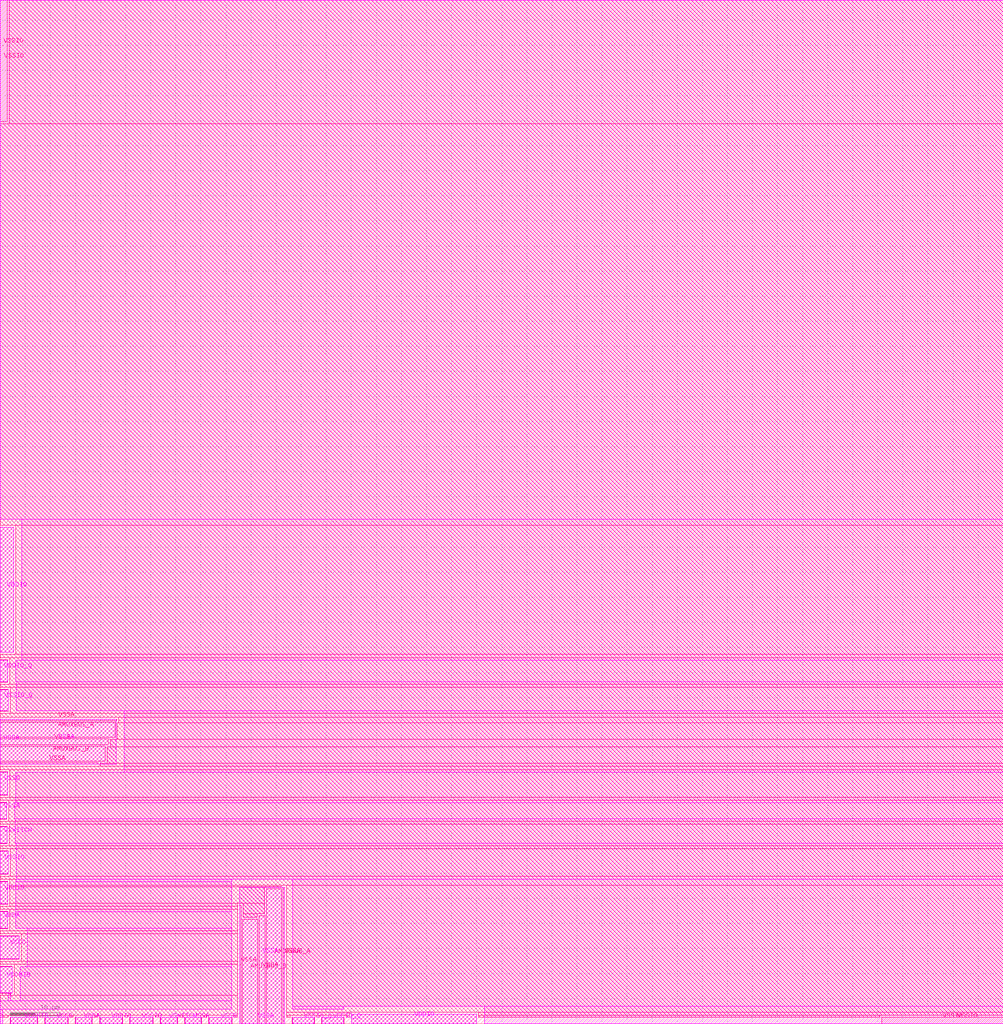
<source format=lef>
VERSION 5.7 ;
  NOWIREEXTENSIONATPIN ON ;
  DIVIDERCHAR "/" ;
  BUSBITCHARS "[]" ;
MACRO sky130_ef_io__analog_pad
  CLASS PAD ;
  FOREIGN sky130_ef_io__analog_pad ;
  ORIGIN 0.000 0.000 ;
  SIZE 75.000 BY 200.000 ;
  PIN P_CORE
    PORT
      LAYER met3 ;
        RECT 24.720 0.000 49.720 82.350 ;
    END
  END P_CORE

  PIN VSSA
    PORT
      LAYER met4 ;
        RECT 0.000 36.735 1.270 40.185 ;
    END
    PORT
      LAYER met4 ;
        RECT 0.000 56.405 75.000 56.735 ;
    END
    PORT
      LAYER met4 ;
        RECT 0.000 47.735 75.000 48.065 ;
    END
    PORT
      LAYER met4 ;
        RECT 0.000 51.645 1.270 52.825 ;
    END
    PORT
      LAYER met4 ;
        RECT 73.730 36.735 75.000 40.185 ;
    END
    PORT
      LAYER met4 ;
        RECT 73.730 56.405 75.000 56.735 ;
    END
    PORT
      LAYER met4 ;
        RECT 73.730 47.735 75.000 48.065 ;
    END
    PORT
      LAYER met4 ;
        RECT 73.730 51.645 75.000 52.825 ;
    END
    PORT
      LAYER met5 ;
        RECT 73.730 36.840 75.000 40.085 ;
    END
    PORT
      LAYER met5 ;
        RECT 0.000 47.735 1.270 56.735 ;
    END
    PORT
      LAYER met5 ;
        RECT 0.000 36.840 1.270 40.085 ;
    END
    PORT
      LAYER met5 ;
        RECT 73.730 47.735 75.000 56.735 ;
    END
  END VSSA

  PIN VSSD
    PORT
      LAYER met4 ;
        RECT 0.000 41.585 1.270 46.235 ;
    END
    PORT
      LAYER met4 ;
        RECT 73.730 41.585 75.000 46.235 ;
    END
    PORT
      LAYER met5 ;
        RECT 0.000 41.685 1.270 46.135 ;
    END
    PORT
      LAYER met5 ;
        RECT 73.730 41.685 75.000 46.135 ;
    END
  END VSSD

  PIN AMUXBUS_B
    PORT
      LAYER met4 ;
        RECT 0.000 48.365 75.000 51.345 ;
    END
    PORT
      LAYER met4 ;
        RECT 73.730 48.365 75.000 51.345 ;
    END
  END AMUXBUS_B

  PIN AMUXBUS_A
    PORT
      LAYER met4 ;
        RECT 0.000 53.125 75.000 56.105 ;
    END
    PORT
      LAYER met4 ;
        RECT 73.730 53.125 75.000 56.105 ;
    END
  END AMUXBUS_A

  PIN VDDIO_Q
    PORT
      LAYER met4 ;
        RECT 0.000 64.085 1.270 68.535 ;
    END
    PORT
      LAYER met4 ;
        RECT 73.730 64.085 75.000 68.535 ;
    END
    PORT
      LAYER met5 ;
        RECT 73.730 64.185 75.000 68.435 ;
    END
    PORT
      LAYER met5 ;
        RECT 0.000 64.185 1.270 68.435 ;
    END
  END VDDIO_Q

  PIN VDDIO
    PORT
      LAYER met4 ;
        RECT 0.000 70.035 1.270 95.000 ;
    END
    PORT
      LAYER met4 ;
        RECT 0.000 19.785 1.270 24.435 ;
    END
    PORT
      LAYER met4 ;
        RECT 73.730 70.035 75.000 95.000 ;
    END
    PORT
      LAYER met4 ;
        RECT 73.730 19.785 75.000 24.435 ;
    END
    PORT
      LAYER met5 ;
        RECT 0.000 19.885 1.270 24.335 ;
    END
    PORT
      LAYER met5 ;
        RECT 0.000 70.035 1.270 94.985 ;
    END
    PORT
      LAYER met5 ;
        RECT 73.730 19.885 75.000 24.335 ;
    END
    PORT
      LAYER met5 ;
        RECT 73.730 70.035 75.000 94.985 ;
    END
  END VDDIO

  PIN VSWITCH
    PORT
      LAYER met4 ;
        RECT 0.000 31.885 1.270 35.335 ;
    END
    PORT
      LAYER met4 ;
        RECT 73.730 31.885 75.000 35.335 ;
    END
    PORT
      LAYER met5 ;
        RECT 73.730 31.985 75.000 35.235 ;
    END
    PORT
      LAYER met5 ;
        RECT 0.000 31.985 1.270 35.235 ;
    END
  END VSWITCH

  PIN VSSIO
    PORT
      LAYER met4 ;
        RECT 0.000 25.835 1.270 30.485 ;
    END
    PORT
      LAYER met4 ;
        RECT 73.730 25.835 75.000 30.485 ;
    END
    PORT
      LAYER met4 ;
        RECT 0.000 175.785 1.270 200.000 ;
    END
    PORT
      LAYER met4 ;
        RECT 0.630 191.600 0.640 191.610 ;
    END
    PORT
      LAYER met4 ;
        RECT 73.730 175.785 75.000 200.000 ;
    END
    PORT
      LAYER met4 ;
        RECT 74.360 191.600 74.370 191.610 ;
    END
    PORT
      LAYER met5 ;
        RECT 73.730 25.935 75.000 30.385 ;
    END
    PORT
      LAYER met5 ;
        RECT 73.730 175.785 75.000 200.000 ;
    END
    PORT
      LAYER met5 ;
        RECT 0.000 175.785 1.270 200.000 ;
    END
    PORT
      LAYER met5 ;
        RECT 0.000 25.935 1.270 30.385 ;
    END
  END VSSIO

  PIN VDDA
    PORT
      LAYER met4 ;
        RECT 0.000 14.935 0.965 18.385 ;
    END
    PORT
      LAYER met4 ;
        RECT 74.035 14.935 75.000 18.385 ;
    END
    PORT
      LAYER met5 ;
        RECT 0.000 15.035 0.965 18.285 ;
    END
    PORT
      LAYER met5 ;
        RECT 74.035 15.035 75.000 18.285 ;
    END
  END VDDA

  PIN VCCD
    PORT
      LAYER met4 ;
        RECT 0.000 8.885 1.270 13.535 ;
    END
    PORT
      LAYER met4 ;
        RECT 73.730 8.885 75.000 13.535 ;
    END
    PORT
      LAYER met5 ;
        RECT 0.000 8.985 1.270 13.435 ;
    END
    PORT
      LAYER met5 ;
        RECT 73.730 8.985 75.000 13.435 ;
    END
  END VCCD

  PIN VCCHIB
    PORT
      LAYER met4 ;
        RECT 0.000 2.035 1.270 7.485 ;
    END
    PORT
      LAYER met4 ;
        RECT 73.730 2.035 75.000 7.485 ;
    END
    PORT
      LAYER met5 ;
        RECT 0.000 2.135 1.270 7.385 ;
    END
    PORT
      LAYER met5 ;
        RECT 73.730 2.135 75.000 7.385 ;
    END
  END VCCHIB

  PIN VSSIO_Q
    PORT
      LAYER met4 ;
        RECT 0.000 58.235 1.270 62.685 ;
    END
    PORT
      LAYER met4 ;
        RECT 73.730 58.235 75.000 62.685 ;
    END
    PORT
      LAYER met5 ;
        RECT 73.730 58.335 75.000 62.585 ;
    END
    PORT
      LAYER met5 ;
        RECT 0.000 58.335 1.270 62.585 ;
    END
  END VSSIO_Q

  PIN P_PAD
    PORT
      LAYER met5 ;
        RECT 7.050 105.120 67.890 165.945 ;
    END
  END P_PAD

  OBS
      LAYER li1 ;
        RECT 2.905 48.265 72.045 181.100 ;
      LAYER met1 ;
        RECT 4.250 46.255 70.440 48.855 ;
      LAYER met2 ;
        RECT 4.250 46.255 70.440 48.855 ;
      LAYER met3 ;
        RECT 0.455 82.750 74.250 173.315 ;
        RECT 0.455 14.905 24.320 82.750 ;
        RECT 50.120 14.905 74.250 82.750 ;
      LAYER met4 ;
        RECT 1.670 175.385 73.330 200.000 ;
        RECT 0.965 95.400 74.035 175.385 ;
        RECT 1.670 69.635 73.330 95.400 ;
        RECT 0.965 68.935 74.035 69.635 ;
        RECT 1.670 63.685 73.330 68.935 ;
        RECT 0.965 63.085 74.035 63.685 ;
        RECT 1.670 57.835 73.330 63.085 ;
        RECT 0.965 57.135 74.035 57.835 ;
        RECT 1.670 51.745 73.330 52.725 ;
        RECT 0.965 46.635 74.035 47.335 ;
        RECT 1.670 41.185 73.330 46.635 ;
        RECT 0.965 40.585 74.035 41.185 ;
        RECT 1.670 36.335 73.330 40.585 ;
        RECT 0.965 35.735 74.035 36.335 ;
        RECT 1.670 31.485 73.330 35.735 ;
        RECT 0.965 30.885 74.035 31.485 ;
        RECT 1.670 25.435 73.330 30.885 ;
        RECT 0.965 24.835 74.035 25.435 ;
        RECT 1.670 19.385 73.330 24.835 ;
        RECT 0.965 18.785 74.035 19.385 ;
        RECT 1.365 14.535 73.635 18.785 ;
        RECT 0.965 13.935 74.035 14.535 ;
        RECT 1.670 8.485 73.330 13.935 ;
        RECT 0.965 7.885 74.035 8.485 ;
        RECT 1.670 2.035 73.330 7.885 ;
      LAYER met5 ;
        RECT 2.870 174.185 72.130 200.000 ;
        RECT 0.000 167.545 75.000 174.185 ;
        RECT 0.000 103.520 5.450 167.545 ;
        RECT 69.490 103.520 75.000 167.545 ;
        RECT 0.000 96.585 75.000 103.520 ;
        RECT 2.870 36.840 72.130 96.585 ;
        RECT 0.000 36.835 75.000 36.840 ;
        RECT 2.870 18.285 72.130 36.835 ;
        RECT 2.565 15.035 72.435 18.285 ;
        RECT 2.870 2.135 72.130 15.035 ;
  END
END sky130_ef_io__analog_pad

#--------EOF---------

MACRO sky130_ef_io__bare_pad
  CLASS BLOCK ;
  FOREIGN sky130_ef_io__bare_pad ;
  ORIGIN 2.700 2.700 ;
  SIZE 65.400 BY 75.400 ;
  PIN PAD
    PORT
      LAYER met4 ;
        RECT -2.700 70.000 62.700 72.700 ;
        RECT -2.700 0.000 0.000 70.000 ;
        RECT 60.000 0.000 62.700 70.000 ;
        RECT -2.700 -2.700 62.700 0.000 ;
      LAYER via4 ;
        RECT -2.580 71.400 62.580 72.580 ;
        RECT -2.580 -1.400 -1.400 71.400 ;
        RECT 61.400 -1.400 62.580 71.400 ;
        RECT -2.580 -2.580 62.580 -1.400 ;
      LAYER met5 ;
        RECT -2.700 -2.700 62.700 72.700 ;
    END
  END PAD

END sky130_ef_io__bare_pad

#--------EOF---------

MACRO sky130_ef_io__com_bus_slice_1um
  CLASS PAD SPACER ;
  FOREIGN sky130_ef_io__com_bus_slice_1um ;
  ORIGIN 0.000 0.000 ;
  SIZE 1.000 BY 197.965 ;
  PIN AMUXBUS_A
    DIRECTION INOUT ;
    USE SIGNAL ;
    PORT
      LAYER met4 ;
        RECT 0.000 51.090 1.000 54.070 ;
    END
  END AMUXBUS_A

  PIN AMUXBUS_B
    DIRECTION INOUT ;
    USE SIGNAL ;
    PORT
      LAYER met4 ;
        RECT 0.000 46.330 1.000 49.310 ;
    END
  END AMUXBUS_B

  PIN VSSA
    DIRECTION INOUT ;
    USE GROUND ;
    PORT
      LAYER met5 ;
        RECT 0.000 45.700 1.000 54.700 ;
    END
    PORT
      LAYER met4 ;
        RECT 0.000 54.370 1.000 54.700 ;
    END
    PORT
      LAYER met4 ;
        RECT 0.000 45.700 1.000 46.030 ;
    END
    PORT
      LAYER met5 ;
        RECT 0.000 34.800 1.000 38.050 ;
    END
    PORT
      LAYER met4 ;
        RECT 0.000 34.700 1.000 38.150 ;
    END
  END VSSA

  PIN VDDA
    DIRECTION INOUT ;
    USE POWER ;
    PORT
      LAYER met5 ;
        RECT 0.000 13.000 1.000 16.250 ;
    END
    PORT
      LAYER met4 ;
        RECT 0.000 12.900 1.000 16.350 ;
    END
  END VDDA

  PIN VSWITCH
    DIRECTION INOUT ;
    USE POWER ;
    PORT
      LAYER met5 ;
        RECT 0.000 29.950 1.000 33.200 ;
    END
    PORT
      LAYER met4 ;
        RECT 0.000 29.850 1.000 33.300 ;
    END
  END VSWITCH

  PIN VDDIO_Q
    DIRECTION INOUT ;
    USE POWER ;
    PORT
      LAYER met5 ;
        RECT 0.000 62.150 1.000 66.400 ;
    END
    PORT
      LAYER met4 ;
        RECT 0.000 62.050 1.000 66.500 ;
    END
  END VDDIO_Q

  PIN VCCHIB
    DIRECTION INOUT ;
    USE POWER ;
    PORT
      LAYER met5 ;
        RECT 0.000 0.100 1.000 5.350 ;
    END
    PORT
      LAYER met4 ;
        RECT 0.000 0.000 1.000 5.450 ;
    END
  END VCCHIB

  PIN VDDIO
    DIRECTION INOUT ;
    USE POWER ;
    PORT
      LAYER met5 ;
        RECT 0.000 68.000 1.000 92.950 ;
    END
    PORT
      LAYER met4 ;
        RECT 0.000 68.000 1.000 92.965 ;
    END
    PORT
      LAYER met5 ;
        RECT 0.000 17.850 1.000 22.300 ;
    END
    PORT
      LAYER met4 ;
        RECT 0.000 17.750 1.000 22.400 ;
    END
  END VDDIO

  PIN VCCD
    DIRECTION INOUT ;
    USE POWER ;
    PORT
      LAYER met5 ;
        RECT 0.000 6.950 1.000 11.400 ;
    END
    PORT
      LAYER met4 ;
        RECT 0.000 6.850 1.000 11.500 ;
    END
  END VCCD

  PIN VSSIO
    DIRECTION INOUT ;
    USE GROUND ;
    PORT
      LAYER met5 ;
        RECT 0.000 23.900 1.000 28.350 ;
    END
    PORT
      LAYER met4 ;
        RECT 0.000 23.800 1.000 28.450 ;
    END
    PORT
      LAYER met5 ;
        RECT 0.000 173.750 1.000 197.965 ;
    END
  END VSSIO

  PIN VSSD
    DIRECTION INOUT ;
    USE GROUND ;
    PORT
      LAYER met5 ;
        RECT 0.000 39.650 1.000 44.100 ;
    END
    PORT
      LAYER met4 ;
        RECT 0.000 39.550 1.000 44.200 ;
    END
  END VSSD

  PIN VSSIO_Q
    DIRECTION INOUT ;
    USE GROUND ;
    PORT
      LAYER met5 ;
        RECT 0.000 56.300 1.000 60.550 ;
    END
    PORT
      LAYER met4 ;
        RECT 0.000 56.200 1.000 60.650 ;
    END
  END VSSIO_Q

  OBS
      LAYER met4 ;
        RECT 0.000 93.365 1.000 197.965 ;
        RECT 0.000 66.900 1.000 67.600 ;
        RECT 0.000 61.050 1.000 61.650 ;
        RECT 0.000 55.100 1.000 55.800 ;
        RECT 0.000 49.610 1.000 50.790 ;
  END
END sky130_ef_io__com_bus_slice_1um

#--------EOF---------

MACRO sky130_ef_io__com_bus_slice_5um
  CLASS PAD SPACER ;
  FOREIGN sky130_ef_io__com_bus_slice_5um ;
  ORIGIN 0.000 0.000 ;
  SIZE 5.000 BY 197.965 ;
  PIN AMUXBUS_A
    DIRECTION INOUT ;
    USE SIGNAL ;
    PORT
      LAYER met4 ;
        RECT 0.000 51.090 5.000 54.070 ;
    END
    PORT
      LAYER met4 ;
        RECT 4.000 51.090 5.000 54.070 ;
    END
  END AMUXBUS_A

  PIN AMUXBUS_B
    DIRECTION INOUT ;
    USE SIGNAL ;
    PORT
      LAYER met4 ;
        RECT 0.000 46.330 5.000 49.310 ;
    END
    PORT
      LAYER met4 ;
        RECT 4.000 46.330 5.000 49.310 ;
    END
  END AMUXBUS_B

  PIN VSSA
    DIRECTION INOUT ;
    USE GROUND ;
    PORT
      LAYER met5 ;
        RECT 0.000 45.700 5.000 54.700 ;
    END
    PORT
      LAYER met4 ;
        RECT 0.000 54.370 5.000 54.700 ;
    END
    PORT
      LAYER met4 ;
        RECT 0.000 45.700 5.000 46.030 ;
    END
    PORT
      LAYER met5 ;
        RECT 0.000 34.800 5.000 38.050 ;
    END
    PORT
      LAYER met4 ;
        RECT 0.000 34.700 5.000 38.150 ;
    END
    PORT
      LAYER met5 ;
        RECT 4.000 45.700 5.000 54.700 ;
    END
    PORT
      LAYER met4 ;
        RECT 4.000 54.370 5.000 54.700 ;
    END
    PORT
      LAYER met4 ;
        RECT 4.000 45.700 5.000 46.030 ;
    END
    PORT
      LAYER met5 ;
        RECT 4.000 34.800 5.000 38.050 ;
    END
    PORT
      LAYER met4 ;
        RECT 4.000 34.700 5.000 38.150 ;
    END
  END VSSA

  PIN VDDA
    DIRECTION INOUT ;
    USE POWER ;
    PORT
      LAYER met5 ;
        RECT 0.000 13.000 5.000 16.250 ;
    END
    PORT
      LAYER met4 ;
        RECT 0.000 12.900 5.000 16.350 ;
    END
    PORT
      LAYER met5 ;
        RECT 4.000 13.000 5.000 16.250 ;
    END
    PORT
      LAYER met4 ;
        RECT 4.000 12.900 5.000 16.350 ;
    END
  END VDDA

  PIN VSWITCH
    DIRECTION INOUT ;
    USE POWER ;
    PORT
      LAYER met5 ;
        RECT 0.000 29.950 5.000 33.200 ;
    END
    PORT
      LAYER met4 ;
        RECT 0.000 29.850 5.000 33.300 ;
    END
    PORT
      LAYER met5 ;
        RECT 4.000 29.950 5.000 33.200 ;
    END
    PORT
      LAYER met4 ;
        RECT 4.000 29.850 5.000 33.300 ;
    END
  END VSWITCH

  PIN VDDIO_Q
    DIRECTION INOUT ;
    USE POWER ;
    PORT
      LAYER met5 ;
        RECT 0.000 62.150 5.000 66.400 ;
    END
    PORT
      LAYER met4 ;
        RECT 0.000 62.050 5.000 66.500 ;
    END
    PORT
      LAYER met5 ;
        RECT 4.000 62.150 5.000 66.400 ;
    END
    PORT
      LAYER met4 ;
        RECT 4.000 62.050 5.000 66.500 ;
    END
  END VDDIO_Q

  PIN VCCHIB
    DIRECTION INOUT ;
    USE POWER ;
    PORT
      LAYER met5 ;
        RECT 0.000 0.100 5.000 5.350 ;
    END
    PORT
      LAYER met4 ;
        RECT 0.000 0.000 5.000 5.450 ;
    END
    PORT
      LAYER met5 ;
        RECT 4.000 0.100 5.000 5.350 ;
    END
    PORT
      LAYER met4 ;
        RECT 4.000 0.000 5.000 5.450 ;
    END
  END VCCHIB

  PIN VDDIO
    DIRECTION INOUT ;
    USE POWER ;
    PORT
      LAYER met5 ;
        RECT 0.000 68.000 5.000 92.950 ;
    END
    PORT
      LAYER met4 ;
        RECT 0.000 68.000 5.000 92.965 ;
    END
    PORT
      LAYER met5 ;
        RECT 0.000 17.850 5.000 22.300 ;
    END
    PORT
      LAYER met4 ;
        RECT 0.000 17.750 5.000 22.400 ;
    END
    PORT
      LAYER met5 ;
        RECT 4.000 68.000 5.000 92.950 ;
    END
    PORT
      LAYER met4 ;
        RECT 4.000 68.000 5.000 92.965 ;
    END
    PORT
      LAYER met5 ;
        RECT 4.000 17.850 5.000 22.300 ;
    END
    PORT
      LAYER met4 ;
        RECT 4.000 17.750 5.000 22.400 ;
    END
  END VDDIO

  PIN VCCD
    DIRECTION INOUT ;
    USE POWER ;
    PORT
      LAYER met5 ;
        RECT 0.000 6.950 5.000 11.400 ;
    END
    PORT
      LAYER met4 ;
        RECT 0.000 6.850 5.000 11.500 ;
    END
    PORT
      LAYER met5 ;
        RECT 4.000 6.950 5.000 11.400 ;
    END
    PORT
      LAYER met4 ;
        RECT 4.000 6.850 5.000 11.500 ;
    END
  END VCCD

  PIN VSSIO
    DIRECTION INOUT ;
    USE GROUND ;
    PORT
      LAYER met5 ;
        RECT 0.000 23.900 5.000 28.350 ;
    END
    PORT
      LAYER met4 ;
        RECT 0.000 23.800 5.000 28.450 ;
    END
    PORT
      LAYER met5 ;
        RECT 0.000 173.750 5.000 197.965 ;
    END
    PORT
      LAYER met5 ;
        RECT 4.000 23.900 5.000 28.350 ;
    END
    PORT
      LAYER met4 ;
        RECT 4.000 23.800 5.000 28.450 ;
    END
    PORT
      LAYER met5 ;
        RECT 4.000 173.750 5.000 197.965 ;
    END
  END VSSIO

  PIN VSSD
    DIRECTION INOUT ;
    USE GROUND ;
    PORT
      LAYER met5 ;
        RECT 0.000 39.650 5.000 44.100 ;
    END
    PORT
      LAYER met4 ;
        RECT 0.000 39.550 5.000 44.200 ;
    END
    PORT
      LAYER met5 ;
        RECT 4.000 39.650 5.000 44.100 ;
    END
    PORT
      LAYER met4 ;
        RECT 4.000 39.550 5.000 44.200 ;
    END
  END VSSD

  PIN VSSIO_Q
    DIRECTION INOUT ;
    USE GROUND ;
    PORT
      LAYER met5 ;
        RECT 0.000 56.300 5.000 60.550 ;
    END
    PORT
      LAYER met4 ;
        RECT 0.000 56.200 5.000 60.650 ;
    END
    PORT
      LAYER met5 ;
        RECT 4.000 56.300 5.000 60.550 ;
    END
    PORT
      LAYER met4 ;
        RECT 4.000 56.200 5.000 60.650 ;
    END
  END VSSIO_Q

  OBS
      LAYER met4 ;
        RECT 0.000 93.365 5.000 197.965 ;
        RECT 0.000 66.900 5.000 67.600 ;
        RECT 0.000 61.050 5.000 61.650 ;
        RECT 0.000 55.100 5.000 55.800 ;
        RECT 0.000 49.610 5.000 50.790 ;
  END
END sky130_ef_io__com_bus_slice_5um

#--------EOF---------

MACRO sky130_ef_io__com_bus_slice_10um
  CLASS PAD SPACER ;
  FOREIGN sky130_ef_io__com_bus_slice_10um ;
  ORIGIN 0.000 0.000 ;
  SIZE 10.000 BY 197.965 ;
  PIN AMUXBUS_A
    DIRECTION INOUT ;
    USE SIGNAL ;
    PORT
      LAYER met4 ;
        RECT 0.000 51.090 10.000 54.070 ;
    END
    PORT
      LAYER met4 ;
        RECT 9.000 51.090 10.000 54.070 ;
    END
  END AMUXBUS_A

  PIN AMUXBUS_B
    DIRECTION INOUT ;
    USE SIGNAL ;
    PORT
      LAYER met4 ;
        RECT 0.000 46.330 10.000 49.310 ;
    END
    PORT
      LAYER met4 ;
        RECT 9.000 46.330 10.000 49.310 ;
    END
  END AMUXBUS_B

  PIN VSSA
    DIRECTION INOUT ;
    USE GROUND ;
    PORT
      LAYER met5 ;
        RECT 0.000 45.700 10.000 54.700 ;
    END
    PORT
      LAYER met4 ;
        RECT 0.000 54.370 10.000 54.700 ;
    END
    PORT
      LAYER met4 ;
        RECT 0.000 45.700 10.000 46.030 ;
    END
    PORT
      LAYER met5 ;
        RECT 0.000 34.800 10.000 38.050 ;
    END
    PORT
      LAYER met4 ;
        RECT 0.000 34.700 10.000 38.150 ;
    END
    PORT
      LAYER met5 ;
        RECT 9.000 45.700 10.000 54.700 ;
    END
    PORT
      LAYER met4 ;
        RECT 9.000 54.370 10.000 54.700 ;
    END
    PORT
      LAYER met4 ;
        RECT 9.000 45.700 10.000 46.030 ;
    END
    PORT
      LAYER met5 ;
        RECT 9.000 34.800 10.000 38.050 ;
    END
    PORT
      LAYER met4 ;
        RECT 9.000 34.700 10.000 38.150 ;
    END
  END VSSA

  PIN VDDA
    DIRECTION INOUT ;
    USE POWER ;
    PORT
      LAYER met5 ;
        RECT 0.000 13.000 10.000 16.250 ;
    END
    PORT
      LAYER met4 ;
        RECT 0.000 12.900 10.000 16.350 ;
    END
    PORT
      LAYER met5 ;
        RECT 9.000 13.000 10.000 16.250 ;
    END
    PORT
      LAYER met4 ;
        RECT 9.000 12.900 10.000 16.350 ;
    END
  END VDDA

  PIN VSWITCH
    DIRECTION INOUT ;
    USE POWER ;
    PORT
      LAYER met5 ;
        RECT 0.000 29.950 10.000 33.200 ;
    END
    PORT
      LAYER met4 ;
        RECT 0.000 29.850 10.000 33.300 ;
    END
    PORT
      LAYER met5 ;
        RECT 9.000 29.950 10.000 33.200 ;
    END
    PORT
      LAYER met4 ;
        RECT 9.000 29.850 10.000 33.300 ;
    END
  END VSWITCH

  PIN VDDIO_Q
    DIRECTION INOUT ;
    USE POWER ;
    PORT
      LAYER met5 ;
        RECT 0.000 62.150 10.000 66.400 ;
    END
    PORT
      LAYER met4 ;
        RECT 0.000 62.050 10.000 66.500 ;
    END
    PORT
      LAYER met5 ;
        RECT 9.000 62.150 10.000 66.400 ;
    END
    PORT
      LAYER met4 ;
        RECT 9.000 62.050 10.000 66.500 ;
    END
  END VDDIO_Q

  PIN VCCHIB
    DIRECTION INOUT ;
    USE POWER ;
    PORT
      LAYER met5 ;
        RECT 0.000 0.100 10.000 5.350 ;
    END
    PORT
      LAYER met4 ;
        RECT 0.000 0.000 10.000 5.450 ;
    END
    PORT
      LAYER met5 ;
        RECT 9.000 0.100 10.000 5.350 ;
    END
    PORT
      LAYER met4 ;
        RECT 9.000 0.000 10.000 5.450 ;
    END
  END VCCHIB

  PIN VDDIO
    DIRECTION INOUT ;
    USE POWER ;
    PORT
      LAYER met5 ;
        RECT 0.000 68.000 10.000 92.950 ;
    END
    PORT
      LAYER met4 ;
        RECT 0.000 68.000 10.000 92.965 ;
    END
    PORT
      LAYER met5 ;
        RECT 0.000 17.850 10.000 22.300 ;
    END
    PORT
      LAYER met4 ;
        RECT 0.000 17.750 10.000 22.400 ;
    END
    PORT
      LAYER met5 ;
        RECT 9.000 68.000 10.000 92.950 ;
    END
    PORT
      LAYER met4 ;
        RECT 9.000 68.000 10.000 92.965 ;
    END
    PORT
      LAYER met5 ;
        RECT 9.000 17.850 10.000 22.300 ;
    END
    PORT
      LAYER met4 ;
        RECT 9.000 17.750 10.000 22.400 ;
    END
  END VDDIO

  PIN VCCD
    DIRECTION INOUT ;
    USE POWER ;
    PORT
      LAYER met5 ;
        RECT 0.000 6.950 10.000 11.400 ;
    END
    PORT
      LAYER met4 ;
        RECT 0.000 6.850 10.000 11.500 ;
    END
    PORT
      LAYER met5 ;
        RECT 9.000 6.950 10.000 11.400 ;
    END
    PORT
      LAYER met4 ;
        RECT 9.000 6.850 10.000 11.500 ;
    END
  END VCCD

  PIN VSSIO
    DIRECTION INOUT ;
    USE GROUND ;
    PORT
      LAYER met5 ;
        RECT 0.000 23.900 10.000 28.350 ;
    END
    PORT
      LAYER met4 ;
        RECT 0.000 23.800 10.000 28.450 ;
    END
    PORT
      LAYER met5 ;
        RECT 0.000 173.750 10.000 197.965 ;
    END
    PORT
      LAYER met5 ;
        RECT 9.000 23.900 10.000 28.350 ;
    END
    PORT
      LAYER met4 ;
        RECT 9.000 23.800 10.000 28.450 ;
    END
    PORT
      LAYER met5 ;
        RECT 9.000 173.750 10.000 197.965 ;
    END
  END VSSIO

  PIN VSSD
    DIRECTION INOUT ;
    USE GROUND ;
    PORT
      LAYER met5 ;
        RECT 0.000 39.650 10.000 44.100 ;
    END
    PORT
      LAYER met4 ;
        RECT 0.000 39.550 10.000 44.200 ;
    END
    PORT
      LAYER met5 ;
        RECT 9.000 39.650 10.000 44.100 ;
    END
    PORT
      LAYER met4 ;
        RECT 9.000 39.550 10.000 44.200 ;
    END
  END VSSD

  PIN VSSIO_Q
    DIRECTION INOUT ;
    USE GROUND ;
    PORT
      LAYER met5 ;
        RECT 0.000 56.300 10.000 60.550 ;
    END
    PORT
      LAYER met4 ;
        RECT 0.000 56.200 10.000 60.650 ;
    END
    PORT
      LAYER met5 ;
        RECT 9.000 56.300 10.000 60.550 ;
    END
    PORT
      LAYER met4 ;
        RECT 9.000 56.200 10.000 60.650 ;
    END
  END VSSIO_Q

  OBS
      LAYER met4 ;
        RECT 0.000 93.365 10.000 197.965 ;
        RECT 0.000 66.900 10.000 67.600 ;
        RECT 0.000 61.050 10.000 61.650 ;
        RECT 0.000 55.100 10.000 55.800 ;
        RECT 0.000 49.610 10.000 50.790 ;
  END
END sky130_ef_io__com_bus_slice_10um

#--------EOF---------

MACRO sky130_ef_io__com_bus_slice_20um
  CLASS PAD SPACER ;
  FOREIGN sky130_ef_io__com_bus_slice_20um ;
  ORIGIN 0.000 0.000 ;
  SIZE 20.000 BY 197.965 ;
  PIN AMUXBUS_A
    DIRECTION INOUT ;
    USE SIGNAL ;
    PORT
      LAYER met4 ;
        RECT 0.000 51.090 20.000 54.070 ;
    END
    PORT
      LAYER met4 ;
        RECT 19.000 51.090 20.000 54.070 ;
    END
  END AMUXBUS_A

  PIN AMUXBUS_B
    DIRECTION INOUT ;
    USE SIGNAL ;
    PORT
      LAYER met4 ;
        RECT 0.000 46.330 20.000 49.310 ;
    END
    PORT
      LAYER met4 ;
        RECT 19.000 46.330 20.000 49.310 ;
    END
  END AMUXBUS_B

  PIN VSSA
    DIRECTION INOUT ;
    USE GROUND ;
    PORT
      LAYER met5 ;
        RECT 0.000 45.700 20.000 54.700 ;
    END
    PORT
      LAYER met4 ;
        RECT 0.000 54.370 20.000 54.700 ;
    END
    PORT
      LAYER met4 ;
        RECT 0.000 45.700 20.000 46.030 ;
    END
    PORT
      LAYER met5 ;
        RECT 0.000 34.800 20.000 38.050 ;
    END
    PORT
      LAYER met4 ;
        RECT 0.000 34.700 20.000 38.150 ;
    END
    PORT
      LAYER met5 ;
        RECT 19.000 45.700 20.000 54.700 ;
    END
    PORT
      LAYER met4 ;
        RECT 19.000 54.370 20.000 54.700 ;
    END
    PORT
      LAYER met4 ;
        RECT 19.000 45.700 20.000 46.030 ;
    END
    PORT
      LAYER met5 ;
        RECT 19.000 34.800 20.000 38.050 ;
    END
    PORT
      LAYER met4 ;
        RECT 19.000 34.700 20.000 38.150 ;
    END
  END VSSA

  PIN VDDA
    DIRECTION INOUT ;
    USE POWER ;
    PORT
      LAYER met5 ;
        RECT 0.000 13.000 20.000 16.250 ;
    END
    PORT
      LAYER met4 ;
        RECT 0.000 12.900 20.000 16.350 ;
    END
    PORT
      LAYER met5 ;
        RECT 19.000 13.000 20.000 16.250 ;
    END
    PORT
      LAYER met4 ;
        RECT 19.000 12.900 20.000 16.350 ;
    END
  END VDDA

  PIN VSWITCH
    DIRECTION INOUT ;
    USE POWER ;
    PORT
      LAYER met5 ;
        RECT 0.000 29.950 20.000 33.200 ;
    END
    PORT
      LAYER met4 ;
        RECT 0.000 29.850 20.000 33.300 ;
    END
    PORT
      LAYER met5 ;
        RECT 19.000 29.950 20.000 33.200 ;
    END
    PORT
      LAYER met4 ;
        RECT 19.000 29.850 20.000 33.300 ;
    END
  END VSWITCH

  PIN VDDIO_Q
    DIRECTION INOUT ;
    USE POWER ;
    PORT
      LAYER met5 ;
        RECT 0.000 62.150 20.000 66.400 ;
    END
    PORT
      LAYER met4 ;
        RECT 0.000 62.050 20.000 66.500 ;
    END
    PORT
      LAYER met5 ;
        RECT 19.000 62.150 20.000 66.400 ;
    END
    PORT
      LAYER met4 ;
        RECT 19.000 62.050 20.000 66.500 ;
    END
  END VDDIO_Q

  PIN VCCHIB
    DIRECTION INOUT ;
    USE POWER ;
    PORT
      LAYER met5 ;
        RECT 0.000 0.100 20.000 5.350 ;
    END
    PORT
      LAYER met4 ;
        RECT 0.000 0.000 20.000 5.450 ;
    END
    PORT
      LAYER met5 ;
        RECT 19.000 0.100 20.000 5.350 ;
    END
    PORT
      LAYER met4 ;
        RECT 19.000 0.000 20.000 5.450 ;
    END
  END VCCHIB

  PIN VDDIO
    DIRECTION INOUT ;
    USE POWER ;
    PORT
      LAYER met5 ;
        RECT 0.000 68.000 20.000 92.950 ;
    END
    PORT
      LAYER met4 ;
        RECT 0.000 68.000 20.000 92.965 ;
    END
    PORT
      LAYER met5 ;
        RECT 0.000 17.850 20.000 22.300 ;
    END
    PORT
      LAYER met4 ;
        RECT 0.000 17.750 20.000 22.400 ;
    END
    PORT
      LAYER met5 ;
        RECT 19.000 68.000 20.000 92.950 ;
    END
    PORT
      LAYER met4 ;
        RECT 19.000 68.000 20.000 92.965 ;
    END
    PORT
      LAYER met5 ;
        RECT 19.000 17.850 20.000 22.300 ;
    END
    PORT
      LAYER met4 ;
        RECT 19.000 17.750 20.000 22.400 ;
    END
  END VDDIO

  PIN VCCD
    DIRECTION INOUT ;
    USE POWER ;
    PORT
      LAYER met5 ;
        RECT 0.000 6.950 20.000 11.400 ;
    END
    PORT
      LAYER met4 ;
        RECT 0.000 6.850 20.000 11.500 ;
    END
    PORT
      LAYER met5 ;
        RECT 19.000 6.950 20.000 11.400 ;
    END
    PORT
      LAYER met4 ;
        RECT 19.000 6.850 20.000 11.500 ;
    END
  END VCCD

  PIN VSSIO
    DIRECTION INOUT ;
    USE GROUND ;
    PORT
      LAYER met5 ;
        RECT 0.000 23.900 20.000 28.350 ;
    END
    PORT
      LAYER met4 ;
        RECT 0.000 23.800 20.000 28.450 ;
    END
    PORT
      LAYER met5 ;
        RECT 0.000 173.750 20.000 197.965 ;
    END
    PORT
      LAYER met5 ;
        RECT 19.000 23.900 20.000 28.350 ;
    END
    PORT
      LAYER met4 ;
        RECT 19.000 23.800 20.000 28.450 ;
    END
    PORT
      LAYER met5 ;
        RECT 19.000 173.750 20.000 197.965 ;
    END
  END VSSIO

  PIN VSSD
    DIRECTION INOUT ;
    USE GROUND ;
    PORT
      LAYER met5 ;
        RECT 0.000 39.650 20.000 44.100 ;
    END
    PORT
      LAYER met4 ;
        RECT 0.000 39.550 20.000 44.200 ;
    END
    PORT
      LAYER met5 ;
        RECT 19.000 39.650 20.000 44.100 ;
    END
    PORT
      LAYER met4 ;
        RECT 19.000 39.550 20.000 44.200 ;
    END
  END VSSD

  PIN VSSIO_Q
    DIRECTION INOUT ;
    USE GROUND ;
    PORT
      LAYER met5 ;
        RECT 0.000 56.300 20.000 60.550 ;
    END
    PORT
      LAYER met4 ;
        RECT 0.000 56.200 20.000 60.650 ;
    END
    PORT
      LAYER met5 ;
        RECT 19.000 56.300 20.000 60.550 ;
    END
    PORT
      LAYER met4 ;
        RECT 19.000 56.200 20.000 60.650 ;
    END
  END VSSIO_Q

  OBS
      LAYER met4 ;
        RECT 0.000 93.365 20.000 197.965 ;
        RECT 0.000 66.900 20.000 67.600 ;
        RECT 0.000 61.050 20.000 61.650 ;
        RECT 0.000 55.100 20.000 55.800 ;
        RECT 0.000 49.610 20.000 50.790 ;
  END
END sky130_ef_io__com_bus_slice_20um

#--------EOF---------

MACRO sky130_ef_io__connect_vcchib_vccd_and_vswitch_vddio_slice_20um
  CLASS PAD AREAIO ;
  FOREIGN sky130_ef_io__connect_vcchib_vccd_and_vswitch_vddio_slice_20um ;
  ORIGIN 0.000 0.000 ;
  SIZE 20.000 BY 197.965 ;
  PIN AMUXBUS_A
    DIRECTION INOUT ;
    USE SIGNAL ;
    PORT
      LAYER met4 ;
        RECT 0.000 51.090 20.000 54.070 ;
    END
  END AMUXBUS_A

  PIN AMUXBUS_B
    DIRECTION INOUT ;
    USE SIGNAL ;
    PORT
      LAYER met4 ;
        RECT 0.000 46.330 20.000 49.310 ;
    END
  END AMUXBUS_B

  PIN VSSA
    DIRECTION INOUT ;
    USE GROUND ;
    PORT
      LAYER met5 ;
        RECT 0.000 45.700 20.000 54.700 ;
    END
    PORT
      LAYER met4 ;
        RECT 0.000 54.370 20.000 54.700 ;
    END
    PORT
      LAYER met4 ;
        RECT 0.000 45.700 20.000 46.030 ;
    END
    PORT
      LAYER met5 ;
        RECT 0.000 34.800 20.000 38.050 ;
    END
    PORT
      LAYER met4 ;
        RECT 0.000 34.700 20.000 38.150 ;
    END
  END VSSA

  PIN VDDA
    DIRECTION INOUT ;
    USE POWER ;
    PORT
      LAYER met5 ;
        RECT 0.000 13.000 20.000 16.250 ;
    END
    PORT
      LAYER met4 ;
        RECT 0.000 12.900 20.000 16.350 ;
    END
  END VDDA

  PIN VSWITCH
    DIRECTION INOUT ;
    USE POWER ;
    PORT
      LAYER met5 ;
        RECT 0.000 29.950 20.000 33.200 ;
    END
    PORT
      LAYER met3 ;
        RECT 0.990 17.880 19.000 33.200 ;
      LAYER via3 ;
        RECT 1.090 30.080 18.740 33.030 ;
        RECT 1.280 18.080 18.770 22.090 ;
      LAYER met4 ;
        RECT 0.000 29.850 20.000 33.300 ;
        RECT 0.000 17.750 20.000 22.400 ;
    END
  END VSWITCH

  PIN VDDIO_Q
    DIRECTION INOUT ;
    USE POWER ;
    PORT
      LAYER met5 ;
        RECT 0.000 62.150 20.000 66.400 ;
    END
    PORT
      LAYER met4 ;
        RECT 0.000 62.050 20.000 66.500 ;
    END
  END VDDIO_Q

  PIN VCCHIB
    DIRECTION INOUT ;
    USE POWER ;
    PORT
      LAYER met5 ;
        RECT 0.000 0.100 20.000 11.400 ;
    END
    PORT
      LAYER met4 ;
        RECT 0.000 0.000 20.000 5.450 ;
    END
  END VCCHIB

  PIN VDDIO
    DIRECTION INOUT ;
    USE POWER ;
    PORT
      LAYER met5 ;
        RECT 0.000 68.000 20.000 92.950 ;
    END
    PORT
      LAYER met4 ;
        RECT 0.000 68.000 20.000 92.965 ;
    END
    PORT
      LAYER met5 ;
        RECT 0.000 17.850 20.000 22.300 ;
    END
  END VDDIO

  PIN VCCD
    DIRECTION INOUT ;
    USE POWER ;
    PORT
      LAYER met4 ;
        RECT 0.000 6.850 20.000 11.500 ;
    END
  END VCCD

  PIN VSSIO
    DIRECTION INOUT ;
    USE GROUND ;
    PORT
      LAYER met5 ;
        RECT 0.000 23.900 20.000 28.350 ;
    END
    PORT
      LAYER met4 ;
        RECT 0.000 23.800 20.000 28.450 ;
    END
    PORT
      LAYER met5 ;
        RECT 0.000 173.750 20.000 197.965 ;
    END
  END VSSIO

  PIN VSSD
    DIRECTION INOUT ;
    USE GROUND ;
    PORT
      LAYER met5 ;
        RECT 0.000 39.650 20.000 44.100 ;
    END
    PORT
      LAYER met4 ;
        RECT 0.000 39.550 20.000 44.200 ;
    END
  END VSSD

  PIN VSSIO_Q
    DIRECTION INOUT ;
    USE GROUND ;
    PORT
      LAYER met5 ;
        RECT 0.000 56.300 20.000 60.550 ;
    END
    PORT
      LAYER met4 ;
        RECT 0.000 56.200 20.000 60.650 ;
    END
  END VSSIO_Q

  OBS
      LAYER met4 ;
        RECT 0.000 173.750 20.000 197.965 ;
        RECT 0.000 49.610 20.000 50.790 ;
  END
END sky130_ef_io__connect_vcchib_vccd_and_vswitch_vddio_slice_20um

#--------EOF---------

MACRO sky130_ef_io__corner_pad
  CLASS ENDCAP TOPRIGHT ;
  FOREIGN sky130_ef_io__corner_pad ;
  ORIGIN 0.000 0.000 ;
  SIZE 200.000 BY 204.000 ;
  PIN AMUXBUS_A
    DIRECTION INOUT ;
    USE SIGNAL ;
    PORT
      LAYER met4 ;
        RECT 0.000 57.125 22.910 60.105 ;
    END
    PORT
      LAYER met4 ;
        RECT 53.125 0.000 56.105 26.910 ;
    END
  END AMUXBUS_A

  PIN AMUXBUS_B
    DIRECTION INOUT ;
    USE SIGNAL ;
    PORT
      LAYER met4 ;
        RECT 0.000 52.365 20.935 55.345 ;
    END
    PORT
      LAYER met4 ;
        RECT 48.365 0.000 51.345 20.875 ;
    END
  END AMUXBUS_B

  PIN VSSA
    DIRECTION INOUT ;
    USE GROUND ;
    PORT
      LAYER met5 ;
        RECT 0.000 51.735 23.155 60.735 ;
    END
    PORT
      LAYER met5 ;
        RECT 0.630 56.020 0.640 56.030 ;
    END
    PORT
      LAYER met5 ;
        RECT 0.000 40.835 1.335 44.085 ;
    END
    PORT
      LAYER met4 ;
        RECT 0.000 51.735 19.575 52.065 ;
    END
    PORT
      LAYER met4 ;
        RECT 0.000 40.735 1.335 44.185 ;
    END
    PORT
      LAYER met4 ;
        RECT 0.000 55.645 21.550 56.825 ;
    END
    PORT
      LAYER met4 ;
        RECT 0.000 60.405 23.175 60.735 ;
    END
    PORT
      LAYER met5 ;
        RECT 36.840 0.000 40.085 1.270 ;
    END
    PORT
      LAYER met5 ;
        RECT 47.735 0.000 56.735 27.155 ;
    END
    PORT
      LAYER met5 ;
        RECT 51.285 0.630 51.295 0.640 ;
    END
    PORT
      LAYER met4 ;
        RECT 56.405 0.000 56.735 27.175 ;
    END
    PORT
      LAYER met4 ;
        RECT 51.645 0.000 52.825 21.555 ;
    END
    PORT
      LAYER met4 ;
        RECT 36.735 0.000 40.185 1.270 ;
    END
    PORT
      LAYER met4 ;
        RECT 47.735 0.000 48.065 23.575 ;
    END
  END VSSA

  PIN VDDA
    DIRECTION INOUT ;
    USE POWER ;
    PORT
      LAYER met5 ;
        RECT 0.000 19.035 1.470 22.285 ;
    END
    PORT
      LAYER met4 ;
        RECT 0.000 18.935 1.470 22.385 ;
    END
    PORT
      LAYER met5 ;
        RECT 15.035 0.000 18.285 1.255 ;
    END
    PORT
      LAYER met4 ;
        RECT 14.935 0.000 18.385 1.255 ;
    END
  END VDDA

  PIN VSWITCH
    DIRECTION INOUT ;
    USE POWER ;
    PORT
      LAYER met5 ;
        RECT 0.000 35.985 1.385 39.235 ;
    END
    PORT
      LAYER met4 ;
        RECT 0.000 35.885 1.385 39.335 ;
    END
    PORT
      LAYER met5 ;
        RECT 31.985 0.000 35.235 1.270 ;
    END
    PORT
      LAYER met4 ;
        RECT 31.885 0.000 35.335 1.270 ;
    END
  END VSWITCH

  PIN VDDIO_Q
    DIRECTION INOUT ;
    USE POWER ;
    PORT
      LAYER met5 ;
        RECT 0.000 68.185 1.480 72.435 ;
    END
    PORT
      LAYER met4 ;
        RECT 0.000 68.085 1.480 72.535 ;
    END
    PORT
      LAYER met5 ;
        RECT 64.185 0.000 68.435 1.270 ;
    END
    PORT
      LAYER met4 ;
        RECT 64.085 0.000 68.535 1.270 ;
    END
  END VDDIO_Q

  PIN VCCHIB
    DIRECTION INOUT ;
    USE POWER ;
    PORT
      LAYER met5 ;
        RECT 0.000 6.135 2.350 11.385 ;
    END
    PORT
      LAYER met4 ;
        RECT 0.000 6.035 2.350 11.485 ;
    END
    PORT
      LAYER met5 ;
        RECT 2.135 0.000 7.385 1.270 ;
    END
    PORT
      LAYER met4 ;
        RECT 2.035 0.000 7.485 1.270 ;
    END
  END VCCHIB

  PIN VDDIO
    DIRECTION INOUT ;
    USE POWER ;
    PORT
      LAYER met5 ;
        RECT 0.000 74.035 2.645 98.985 ;
    END
    PORT
      LAYER met5 ;
        RECT 0.000 23.885 1.525 28.335 ;
    END
    PORT
      LAYER met4 ;
        RECT 0.000 23.785 1.525 28.435 ;
    END
    PORT
      LAYER met4 ;
        RECT 0.000 74.035 2.645 99.000 ;
    END
    PORT
      LAYER met5 ;
        RECT 19.885 0.000 24.335 1.270 ;
    END
    PORT
      LAYER met5 ;
        RECT 70.035 0.000 94.985 1.855 ;
    END
    PORT
      LAYER met4 ;
        RECT 70.035 0.000 95.000 1.855 ;
    END
    PORT
      LAYER met4 ;
        RECT 19.785 0.000 24.435 1.270 ;
    END
  END VDDIO

  PIN VCCD
    DIRECTION INOUT ;
    USE POWER ;
    PORT
      LAYER met5 ;
        RECT 0.000 12.985 3.785 17.435 ;
    END
    PORT
      LAYER met4 ;
        RECT 0.000 12.885 3.785 17.535 ;
    END
    PORT
      LAYER met5 ;
        RECT 8.985 0.000 13.435 1.270 ;
    END
    PORT
      LAYER met4 ;
        RECT 8.885 0.000 13.535 1.270 ;
    END
  END VCCD

  PIN VSSIO
    DIRECTION INOUT ;
    USE GROUND ;
    PORT
      LAYER met5 ;
        RECT 0.000 29.935 1.600 34.385 ;
    END
    PORT
      LAYER met4 ;
        RECT 0.000 29.835 1.600 34.485 ;
    END
    PORT
      LAYER met4 ;
        RECT 0.000 179.785 1.435 204.000 ;
    END
    PORT
      LAYER met4 ;
        RECT 0.630 194.865 0.640 194.875 ;
    END
    PORT
      LAYER met5 ;
        RECT 25.935 0.000 30.385 1.270 ;
    END
    PORT
      LAYER met4 ;
        RECT 25.835 0.000 30.485 1.270 ;
    END
    PORT
      LAYER met4 ;
        RECT 175.785 0.000 200.000 1.270 ;
    END
    PORT
      LAYER met4 ;
        RECT 190.865 0.630 190.875 0.640 ;
    END
  END VSSIO

  PIN VSSD
    DIRECTION INOUT ;
    USE GROUND ;
    PORT
      LAYER met5 ;
        RECT 0.000 45.685 1.475 50.135 ;
    END
    PORT
      LAYER met4 ;
        RECT 0.000 45.585 1.475 50.235 ;
    END
    PORT
      LAYER met5 ;
        RECT 41.685 0.000 46.135 1.270 ;
    END
    PORT
      LAYER met4 ;
        RECT 41.585 0.000 46.235 1.270 ;
    END
  END VSSD

  PIN VSSIO_Q
    DIRECTION INOUT ;
    USE GROUND ;
    PORT
      LAYER met5 ;
        RECT 0.000 62.335 1.625 66.585 ;
    END
    PORT
      LAYER met4 ;
        RECT 0.000 62.235 1.625 66.685 ;
    END
    PORT
      LAYER met5 ;
        RECT 58.335 0.000 62.585 1.270 ;
    END
    PORT
      LAYER met4 ;
        RECT 58.235 0.000 62.685 1.270 ;
    END
  END VSSIO_Q

  OBS
      LAYER met4 ;
        RECT 1.835 179.385 200.000 204.000 ;
        RECT 0.000 99.400 200.000 179.385 ;
        RECT 3.045 73.635 200.000 99.400 ;
        RECT 0.000 72.935 200.000 73.635 ;
        RECT 1.880 67.685 200.000 72.935 ;
        RECT 0.000 67.085 200.000 67.685 ;
        RECT 2.025 61.835 200.000 67.085 ;
        RECT 0.000 61.135 200.000 61.835 ;
        RECT 23.575 60.005 200.000 61.135 ;
        RECT 23.310 56.725 200.000 60.005 ;
        RECT 21.950 55.245 200.000 56.725 ;
        RECT 21.335 51.965 200.000 55.245 ;
        RECT 19.975 51.335 200.000 51.965 ;
        RECT 0.000 50.635 200.000 51.335 ;
        RECT 1.875 45.185 200.000 50.635 ;
        RECT 0.000 44.585 200.000 45.185 ;
        RECT 1.735 40.335 200.000 44.585 ;
        RECT 0.000 39.735 200.000 40.335 ;
        RECT 1.785 35.485 200.000 39.735 ;
        RECT 0.000 34.885 200.000 35.485 ;
        RECT 2.000 29.435 200.000 34.885 ;
        RECT 0.000 28.835 200.000 29.435 ;
        RECT 1.925 27.575 200.000 28.835 ;
        RECT 1.925 27.310 56.005 27.575 ;
        RECT 1.925 23.975 52.725 27.310 ;
        RECT 1.925 23.385 47.335 23.975 ;
        RECT 0.000 22.785 47.335 23.385 ;
        RECT 1.870 18.535 47.335 22.785 ;
        RECT 48.465 21.955 52.725 23.975 ;
        RECT 48.465 21.275 51.245 21.955 ;
        RECT 0.000 17.935 47.335 18.535 ;
        RECT 4.185 12.485 47.335 17.935 ;
        RECT 0.000 11.885 47.335 12.485 ;
        RECT 0.400 5.635 2.035 6.035 ;
        RECT 2.750 5.635 47.335 11.885 ;
        RECT 0.000 1.670 47.335 5.635 ;
        RECT 0.000 1.255 1.635 1.670 ;
        RECT 7.885 1.255 8.485 1.670 ;
        RECT 13.935 1.655 19.385 1.670 ;
        RECT 13.935 1.255 14.535 1.655 ;
        RECT 18.785 1.255 19.385 1.655 ;
        RECT 24.835 1.255 25.435 1.670 ;
        RECT 30.885 1.255 31.485 1.670 ;
        RECT 35.735 1.255 36.335 1.670 ;
        RECT 40.585 1.255 41.185 1.670 ;
        RECT 46.635 1.255 47.335 1.670 ;
        RECT 57.135 2.255 200.000 27.575 ;
        RECT 57.135 1.670 69.635 2.255 ;
        RECT 57.135 1.255 57.835 1.670 ;
        RECT 63.085 1.255 63.685 1.670 ;
        RECT 68.935 1.255 69.635 1.670 ;
        RECT 95.400 1.670 200.000 2.255 ;
        RECT 95.400 1.255 175.385 1.670 ;
      LAYER met5 ;
        RECT 0.000 100.585 200.000 204.000 ;
        RECT 4.245 72.435 200.000 100.585 ;
        RECT 3.080 68.185 200.000 72.435 ;
        RECT 3.225 62.335 200.000 68.185 ;
        RECT 24.755 50.135 200.000 62.335 ;
        RECT 3.075 44.085 200.000 50.135 ;
        RECT 2.935 40.835 200.000 44.085 ;
        RECT 2.985 35.985 200.000 40.835 ;
        RECT 3.200 28.755 200.000 35.985 ;
        RECT 3.200 28.335 46.135 28.755 ;
        RECT 3.125 22.285 46.135 28.335 ;
        RECT 3.070 19.035 46.135 22.285 ;
        RECT 5.385 11.385 46.135 19.035 ;
        RECT 1.600 4.535 2.135 6.135 ;
        RECT 3.950 4.535 46.135 11.385 ;
        RECT 0.000 2.870 46.135 4.535 ;
        RECT 58.335 3.455 200.000 28.755 ;
        RECT 58.335 2.870 68.435 3.455 ;
        RECT 0.000 0.000 0.535 2.870 ;
        RECT 15.035 2.855 18.285 2.870 ;
        RECT 96.585 0.000 200.000 3.455 ;
  END
END sky130_ef_io__corner_pad

#--------EOF---------

MACRO sky130_ef_io__disconnect_vccd_slice_5um
  CLASS PAD AREAIO ;
  FOREIGN sky130_ef_io__disconnect_vccd_slice_5um ;
  ORIGIN 0.000 0.000 ;
  SIZE 5.000 BY 197.965 ;
  PIN AMUXBUS_A
    DIRECTION INOUT ;
    USE SIGNAL ;
    PORT
      LAYER met4 ;
        RECT 0.000 51.090 5.000 54.070 ;
    END
  END AMUXBUS_A

  PIN AMUXBUS_B
    DIRECTION INOUT ;
    USE SIGNAL ;
    PORT
      LAYER met4 ;
        RECT 0.000 46.330 5.000 49.310 ;
    END
  END AMUXBUS_B

  PIN VSSA
    DIRECTION INOUT ;
    USE GROUND ;
    PORT
      LAYER met5 ;
        RECT 0.000 45.700 5.000 54.700 ;
    END
    PORT
      LAYER met4 ;
        RECT 0.000 54.370 5.000 54.700 ;
    END
    PORT
      LAYER met4 ;
        RECT 0.000 45.700 5.000 46.030 ;
    END
    PORT
      LAYER met5 ;
        RECT 0.000 34.800 5.000 38.050 ;
    END
    PORT
      LAYER met4 ;
        RECT 0.000 34.700 5.000 38.150 ;
    END
  END VSSA

  PIN VDDA
    DIRECTION INOUT ;
    USE POWER ;
    PORT
      LAYER met5 ;
        RECT 0.000 13.000 5.000 16.250 ;
    END
    PORT
      LAYER met4 ;
        RECT 0.000 12.900 5.000 16.350 ;
    END
  END VDDA

  PIN VSWITCH
    DIRECTION INOUT ;
    USE POWER ;
    PORT
      LAYER met5 ;
        RECT 0.000 29.950 5.000 33.200 ;
    END
    PORT
      LAYER met4 ;
        RECT 0.000 29.850 5.000 33.300 ;
    END
  END VSWITCH

  PIN VDDIO_Q
    DIRECTION INOUT ;
    USE POWER ;
    PORT
      LAYER met5 ;
        RECT 0.000 62.150 5.000 66.400 ;
    END
    PORT
      LAYER met4 ;
        RECT 0.000 62.050 5.000 66.500 ;
    END
  END VDDIO_Q

  PIN VCCHIB
    DIRECTION INOUT ;
    USE POWER ;
    PORT
      LAYER met5 ;
        RECT 0.000 0.100 5.000 5.350 ;
    END
    PORT
      LAYER met4 ;
        RECT 0.000 0.000 5.000 5.450 ;
    END
  END VCCHIB

  PIN VDDIO
    DIRECTION INOUT ;
    USE POWER ;
    PORT
      LAYER met5 ;
        RECT 0.000 68.000 5.000 92.950 ;
    END
    PORT
      LAYER met4 ;
        RECT 0.000 68.000 5.000 92.965 ;
    END
    PORT
      LAYER met5 ;
        RECT 0.000 17.850 5.000 22.300 ;
    END
    PORT
      LAYER met4 ;
        RECT 0.000 17.750 5.000 22.400 ;
    END
  END VDDIO

  PIN VSSIO
    DIRECTION INOUT ;
    USE GROUND ;
    PORT
      LAYER met5 ;
        RECT 0.000 23.900 5.000 28.350 ;
    END
    PORT
      LAYER met4 ;
        RECT 0.000 23.800 5.000 28.450 ;
    END
    PORT
      LAYER met5 ;
        RECT 0.000 173.750 5.000 197.965 ;
    END
  END VSSIO

  PIN VSSIO_Q
    DIRECTION INOUT ;
    USE GROUND ;
    PORT
      LAYER met5 ;
        RECT 0.000 56.300 5.000 60.550 ;
    END
    PORT
      LAYER met4 ;
        RECT 0.000 56.200 5.000 60.650 ;
    END
  END VSSIO_Q

  OBS
      LAYER met4 ;
        RECT 0.000 173.750 5.000 197.965 ;
        RECT 0.000 49.610 5.000 50.790 ;
  END
END sky130_ef_io__disconnect_vccd_slice_5um

#--------EOF---------

MACRO sky130_ef_io__disconnect_vdda_slice_5um
  CLASS PAD AREAIO ;
  FOREIGN sky130_ef_io__disconnect_vdda_slice_5um ;
  ORIGIN 0.000 0.000 ;
  SIZE 5.000 BY 197.965 ;
  PIN AMUXBUS_A
    DIRECTION INOUT ;
    USE SIGNAL ;
    PORT
      LAYER met4 ;
        RECT 0.000 51.090 5.000 54.070 ;
    END
  END AMUXBUS_A

  PIN AMUXBUS_B
    DIRECTION INOUT ;
    USE SIGNAL ;
    PORT
      LAYER met4 ;
        RECT 0.000 46.330 5.000 49.310 ;
    END
  END AMUXBUS_B

  PIN VSWITCH
    DIRECTION INOUT ;
    USE POWER ;
    PORT
      LAYER met5 ;
        RECT 0.000 29.950 5.000 33.200 ;
    END
    PORT
      LAYER met4 ;
        RECT 0.000 29.850 5.000 33.300 ;
    END
  END VSWITCH

  PIN VDDIO_Q
    DIRECTION INOUT ;
    USE POWER ;
    PORT
      LAYER met5 ;
        RECT 0.000 62.150 5.000 66.400 ;
    END
    PORT
      LAYER met4 ;
        RECT 0.000 62.050 5.000 66.500 ;
    END
  END VDDIO_Q

  PIN VCCHIB
    DIRECTION INOUT ;
    USE POWER ;
    PORT
      LAYER met5 ;
        RECT 0.000 0.100 5.000 5.350 ;
    END
    PORT
      LAYER met4 ;
        RECT 0.000 0.000 5.000 5.450 ;
    END
  END VCCHIB

  PIN VDDIO
    DIRECTION INOUT ;
    USE POWER ;
    PORT
      LAYER met4 ;
        RECT 0.000 17.750 5.000 22.400 ;
    END
    PORT
      LAYER met5 ;
        RECT 0.000 68.000 5.000 92.950 ;
    END
    PORT
      LAYER met4 ;
        RECT 0.000 68.000 5.000 92.965 ;
    END
    PORT
      LAYER met5 ;
        RECT 0.000 17.850 5.000 22.300 ;
    END
  END VDDIO

  PIN VCCD
    DIRECTION INOUT ;
    USE POWER ;
    PORT
      LAYER met5 ;
        RECT 0.000 6.950 5.000 11.400 ;
    END
    PORT
      LAYER met4 ;
        RECT 0.000 6.850 5.000 11.500 ;
    END
  END VCCD

  PIN VSSIO
    DIRECTION INOUT ;
    USE GROUND ;
    PORT
      LAYER met5 ;
        RECT 0.000 23.900 5.000 28.350 ;
    END
    PORT
      LAYER met4 ;
        RECT 0.000 23.800 5.000 28.450 ;
    END
    PORT
      LAYER met5 ;
        RECT 0.000 173.750 5.000 197.965 ;
    END
  END VSSIO

  PIN VSSD
    DIRECTION INOUT ;
    USE GROUND ;
    PORT
      LAYER met5 ;
        RECT 0.000 39.650 5.000 44.100 ;
    END
    PORT
      LAYER met4 ;
        RECT 0.000 39.550 5.000 44.200 ;
    END
  END VSSD

  PIN VSSIO_Q
    DIRECTION INOUT ;
    USE GROUND ;
    PORT
      LAYER met5 ;
        RECT 0.000 56.300 5.000 60.550 ;
    END
    PORT
      LAYER met4 ;
        RECT 0.000 56.200 5.000 60.650 ;
    END
  END VSSIO_Q

  OBS
      LAYER met4 ;
        RECT 0.000 173.750 5.000 197.965 ;
  END
END sky130_ef_io__disconnect_vdda_slice_5um

#--------EOF---------

MACRO sky130_ef_io__gpiov2_pad
  CLASS PAD INOUT ;
  FOREIGN sky130_ef_io__gpiov2_pad ;
  ORIGIN 0.000 0.000 ;
  SIZE 80.000 BY 197.965 ;
  PIN ANALOG_EN
    DIRECTION INPUT ;
    USE SIGNAL ;
    PORT
      LAYER met1 ;
        RECT 62.430 -2.035 62.690 -1.500 ;
    END
  END ANALOG_EN

  PIN ANALOG_POL
    DIRECTION INPUT ;
    USE SIGNAL ;
    PORT
      LAYER met3 ;
        RECT 45.865 -2.035 46.195 -1.500 ;
    END
  END ANALOG_POL

  PIN ANALOG_SEL
    DIRECTION INPUT ;
    USE SIGNAL ;
    PORT
      LAYER met2 ;
        RECT 30.750 -2.035 31.010 -1.500 ;
    END
  END ANALOG_SEL

  PIN DM[2]
    DIRECTION INPUT ;
    USE SIGNAL ;
    PORT
      LAYER met2 ;
        RECT 28.490 -2.035 28.750 -1.500 ;
    END
  END DM[2]

  PIN DM[1]
    DIRECTION INPUT ;
    USE SIGNAL ;
    PORT
      LAYER met2 ;
        RECT 66.835 -2.035 67.095 -1.500 ;
    END
  END DM[1]

  PIN DM[0]
    DIRECTION INPUT ;
    USE SIGNAL ;
    PORT
      LAYER met2 ;
        RECT 49.855 -2.035 50.115 -1.500 ;
    END
  END DM[0]

  PIN ENABLE_H
    DIRECTION INPUT ;
    USE SIGNAL ;
    PORT
      LAYER met2 ;
        RECT 35.460 -2.035 35.720 -1.500 ;
    END
  END ENABLE_H

  PIN ENABLE_INP_H
    DIRECTION INPUT ;
    USE SIGNAL ;
    PORT
      LAYER met2 ;
        RECT 38.390 -2.035 38.650 -1.500 ;
    END
  END ENABLE_INP_H

  PIN ENABLE_VDDA_H
    DIRECTION INPUT ;
    USE SIGNAL ;
    PORT
      LAYER met2 ;
        RECT 12.755 -2.035 13.015 -1.500 ;
    END
  END ENABLE_VDDA_H

  PIN ENABLE_VDDIO
    DIRECTION INPUT ;
    USE SIGNAL ;
    PORT
      LAYER met3 ;
        RECT 78.580 -2.035 78.910 -1.500 ;
    END
  END ENABLE_VDDIO

  PIN ENABLE_VSWITCH_H
    DIRECTION INPUT ;
    USE SIGNAL ;
    PORT
      LAYER met2 ;
        RECT 16.310 -2.035 16.570 -1.500 ;
    END
  END ENABLE_VSWITCH_H

  PIN HLD_H_N
    DIRECTION INPUT ;
    USE SIGNAL ;
    PORT
      LAYER met2 ;
        RECT 31.815 -2.035 32.075 -1.500 ;
    END
  END HLD_H_N

  PIN HLD_OVR
    DIRECTION INPUT ;
    USE SIGNAL ;
    PORT
      LAYER met2 ;
        RECT 26.600 -2.035 26.860 -1.500 ;
    END
  END HLD_OVR

  PIN IB_MODE_SEL
    DIRECTION INPUT ;
    USE SIGNAL ;
    PORT
      LAYER met2 ;
        RECT 5.420 -2.035 5.650 -1.500 ;
    END
  END IB_MODE_SEL

  PIN IN
    DIRECTION OUTPUT ;
    USE SIGNAL ;
    PORT
      LAYER met3 ;
        RECT 79.240 -2.035 79.570 -1.500 ;
    END
  END IN

  PIN IN_H
    DIRECTION OUTPUT ;
    USE SIGNAL ;
    PORT
      LAYER met3 ;
        RECT 0.400 -2.035 1.020 -1.500 ;
    END
  END IN_H

  PIN INP_DIS
    DIRECTION INPUT ;
    USE SIGNAL ;
    PORT
      LAYER met2 ;
        RECT 45.245 -2.035 45.505 -1.500 ;
    END
  END INP_DIS

  PIN OE_N
    DIRECTION INPUT ;
    USE SIGNAL ;
    PORT
      LAYER met2 ;
        RECT 3.375 -2.035 3.605 -1.500 ;
    END
  END OE_N

  PIN OUT
    DIRECTION INPUT ;
    USE SIGNAL ;
    PORT
      LAYER met2 ;
        RECT 22.355 -2.035 22.615 -1.500 ;
    END
  END OUT

  PIN PAD_A_ESD_0_H
    DIRECTION INOUT ;
    USE SIGNAL ;
    PORT
      LAYER met2 ;
        RECT 76.280 -2.035 76.920 -1.500 ;
    END
  END PAD_A_ESD_0_H

  PIN PAD_A_ESD_1_H
    DIRECTION INOUT ;
    USE SIGNAL ;
    PORT
      LAYER met2 ;
        RECT 68.275 -2.035 68.925 -1.500 ;
    END
  END PAD_A_ESD_1_H

  PIN PAD_A_NOESD_H
    DIRECTION INOUT ;
    USE SIGNAL ;
    PORT
      LAYER met3 ;
        RECT 62.820 -2.035 63.890 -1.500 ;
    END
  END PAD_A_NOESD_H

  PIN SLOW
    DIRECTION INPUT ;
    USE SIGNAL ;
    PORT
      LAYER met2 ;
        RECT 77.610 -2.035 77.870 -1.500 ;
    END
  END SLOW

  PIN TIE_HI_ESD
    DIRECTION OUTPUT ;
    USE SIGNAL ;
    PORT
      LAYER met2 ;
        RECT 78.705 -2.035 78.905 -1.500 ;
    END
  END TIE_HI_ESD

  PIN TIE_LO_ESD
    DIRECTION OUTPUT ;
    USE SIGNAL ;
    PORT
      LAYER met2 ;
        RECT 79.715 -2.035 79.915 -1.500 ;
    END
  END TIE_LO_ESD

  PIN VTRIP_SEL
    DIRECTION INPUT ;
    USE SIGNAL ;
    PORT
      LAYER met2 ;
        RECT 6.130 -2.035 6.390 -1.500 ;
    END
  END VTRIP_SEL

  OBS
      LAYER nwell ;
       RECT -0.160 -1.350 80.160 197.965 ;
        RECT 0.000 -2.035 61.490 -1.500 ;
      LAYER pwell ;
       RECT -0.160 -1.350 80.160 197.965 ;
        RECT 64.245 -1.915 66.205 -1.500 ;
        RECT 66.610 -1.915 68.210 -1.500 ;
      LAYER li1 ;
       RECT -0.160 -1.350 80.160 197.965 ;
        RECT 2.550 -1.705 60.990 -1.535 ;
        RECT 64.375 -1.785 66.075 -1.500 ;
        RECT 66.795 -1.805 66.965 -1.500 ;
        RECT 67.325 -1.805 67.495 -1.500 ;
        RECT 67.855 -1.805 68.025 -1.500 ;
      LAYER met1 ;
       RECT -0.160 -1.350 80.160 197.965 ;
        RECT 1.460 -1.765 61.195 -1.500 ;
        RECT 64.375 -1.775 67.525 -1.500 ;
      LAYER met2 ;
       RECT -0.160 -1.350 80.160 197.965 ;
        RECT 0.930 -1.735 2.160 -1.500 ;
        RECT 2.365 -1.735 3.005 -1.500 ;
        RECT 6.895 -1.765 10.715 -1.500 ;
        RECT 19.235 -1.765 21.375 -1.500 ;
        RECT 22.995 -1.760 26.265 -1.500 ;
        RECT 33.400 -1.765 34.670 -1.500 ;
        RECT 54.155 -1.670 65.200 -1.500 ;
        RECT 54.220 -1.735 65.200 -1.670 ;
        RECT 54.240 -1.755 65.200 -1.735 ;
        RECT 54.250 -1.765 65.200 -1.755 ;
        RECT 54.270 -1.785 65.200 -1.765 ;
      LAYER met3 ;
       RECT -0.160 -1.350 80.160 197.965 ;
        RECT 6.455 -1.790 10.715 -1.500 ;
        RECT 22.635 -1.785 27.635 -1.500 ;
        RECT 49.610 -1.505 55.000 -1.500 ;
        RECT 49.610 -1.515 50.340 -1.505 ;
     LAYER met4 ;
       RECT -0.160 -1.350 80.160 197.965 ;
     LAYER met5 ;
       RECT -0.160 -1.350 80.160 197.965 ;
  END
END sky130_ef_io__gpiov2_pad

#--------EOF---------

MACRO sky130_ef_io__gpiov2_pad_wrapped
  CLASS PAD INOUT ;
  FOREIGN sky130_ef_io__gpiov2_pad_wrapped ;
  ORIGIN 0.000 0.000 ;
  SIZE 80.000 BY 210.965 ;
  PIN AMUXBUS_A
    DIRECTION INOUT ;
    USE SIGNAL ;
    PORT
      LAYER met4 ;
        RECT 0.000 64.090 36.440 67.070 ;
    END
    PORT
      LAYER met4 ;
        RECT 38.760 64.090 80.000 67.070 ;
    END
  END AMUXBUS_A

  PIN AMUXBUS_B
    DIRECTION INOUT ;
    USE SIGNAL ;
    PORT
      LAYER met4 ;
        RECT 0.000 59.330 52.145 62.310 ;
    END
    PORT
      LAYER met4 ;
        RECT 54.465 59.330 80.000 62.310 ;
    END
  END AMUXBUS_B

  PIN ANALOG_EN
    DIRECTION INPUT ;
    USE SIGNAL ;
    PORT
      LAYER met2 ;
        RECT 50.705 0.000 50.985 2.400 ;
    END
  END ANALOG_EN

  PIN ANALOG_POL
    DIRECTION INPUT ;
    USE SIGNAL ;
    PORT
      LAYER met2 ;
        RECT 44.265 0.000 44.545 2.400 ;
    END
  END ANALOG_POL

  PIN ANALOG_SEL
    DIRECTION INPUT ;
    USE SIGNAL ;
    PORT
      LAYER met2 ;
        RECT 29.085 0.000 29.365 2.400 ;
    END
  END ANALOG_SEL

  PIN DM[2]
    DIRECTION INPUT ;
    USE SIGNAL ;
    PORT
      LAYER met2 ;
        RECT 25.865 0.000 26.145 2.400 ;
    END
  END DM[2]

  PIN DM[1]
    DIRECTION INPUT ;
    USE SIGNAL ;
    PORT
      LAYER met2 ;
        RECT 56.685 0.000 56.965 2.400 ;
    END
  END DM[1]

  PIN DM[0]
    DIRECTION INPUT ;
    USE SIGNAL ;
    PORT
      LAYER met2 ;
        RECT 47.485 0.000 47.765 2.400 ;
    END
  END DM[0]

  PIN ENABLE_H
    DIRECTION INPUT ;
    USE SIGNAL ;
    PORT
      LAYER met2 ;
        RECT 35.065 0.000 35.345 2.400 ;
    END
  END ENABLE_H

  PIN ENABLE_INP_H
    DIRECTION INPUT ;
    USE SIGNAL ;
    PORT
      LAYER met2 ;
        RECT 38.285 0.000 38.565 2.400 ;
    END
  END ENABLE_INP_H

  PIN ENABLE_VDDA_H
    DIRECTION INPUT ;
    USE SIGNAL ;
    PORT
      LAYER met2 ;
        RECT 13.445 0.000 13.725 2.400 ;
    END
  END ENABLE_VDDA_H

  PIN ENABLE_VDDIO
    DIRECTION INPUT ;
    USE SIGNAL ;
    PORT
      LAYER met2 ;
        RECT 69.105 0.000 69.385 2.400 ;
    END
  END ENABLE_VDDIO

  PIN ENABLE_VSWITCH_H
    DIRECTION INPUT ;
    USE SIGNAL ;
    PORT
      LAYER met2 ;
        RECT 16.665 0.000 16.945 2.400 ;
    END
  END ENABLE_VSWITCH_H

  PIN HLD_H_N
    DIRECTION INPUT ;
    USE SIGNAL ;
    PORT
      LAYER met2 ;
        RECT 31.845 0.000 32.125 2.400 ;
    END
  END HLD_H_N

  PIN HLD_OVR
    DIRECTION INPUT ;
    USE SIGNAL ;
    PORT
      LAYER met2 ;
        RECT 22.645 0.000 22.925 2.400 ;
    END
  END HLD_OVR

  PIN IB_MODE_SEL
    DIRECTION INPUT ;
    USE SIGNAL ;
    PORT
      LAYER met2 ;
        RECT 7.465 0.000 7.745 2.400 ;
    END
  END IB_MODE_SEL

  PIN IN
    DIRECTION OUTPUT ;
    USE SIGNAL ;
    PORT
      LAYER met2 ;
        RECT 75.085 0.000 75.365 2.400 ;
    END
  END IN

  PIN IN_H
    DIRECTION OUTPUT ;
    USE SIGNAL ;
    PORT
      LAYER met2 ;
        RECT 1.485 0.000 1.765 2.400 ;
    END
  END IN_H

  PIN INP_DIS
    DIRECTION INPUT ;
    USE SIGNAL ;
    PORT
      LAYER met2 ;
        RECT 41.505 0.000 41.785 2.400 ;
    END
  END INP_DIS

  PIN OE_N
    DIRECTION INPUT ;
    USE SIGNAL ;
    PORT
      LAYER met2 ;
        RECT 4.245 0.000 4.525 2.400 ;
    END
  END OE_N

  PIN OUT
    DIRECTION INPUT ;
    USE SIGNAL ;
    PORT
      LAYER met2 ;
        RECT 19.885 0.000 20.165 2.400 ;
    END
  END OUT

  PIN PAD
    DIRECTION INOUT ;
    USE SIGNAL ;
    PORT
      LAYER met5 ;
        RECT 11.200 115.525 73.800 177.975 ;
    END
  END PAD

  PIN PAD_A_ESD_0_H
    DIRECTION INOUT ;
    USE SIGNAL ;
    PORT
      LAYER met2 ;
        RECT 62.665 0.000 62.945 2.400 ;
    END
  END PAD_A_ESD_0_H

  PIN PAD_A_ESD_1_H
    DIRECTION INOUT ;
    USE SIGNAL ;
    PORT
      LAYER met2 ;
        RECT 59.905 0.000 60.185 2.400 ;
    END
  END PAD_A_ESD_1_H

  PIN PAD_A_NOESD_H
    DIRECTION INOUT ;
    USE SIGNAL ;
    PORT
      LAYER met2 ;
        RECT 53.465 0.000 53.745 2.400 ;
    END
  END PAD_A_NOESD_H

  PIN SLOW
    DIRECTION INPUT ;
    USE SIGNAL ;
    PORT
      LAYER met2 ;
        RECT 65.885 0.000 66.165 2.400 ;
    END
  END SLOW

  PIN TIE_HI_ESD
    DIRECTION OUTPUT ;
    USE SIGNAL ;
    PORT
      LAYER met2 ;
        RECT 71.865 0.000 72.145 2.400 ;
    END
  END TIE_HI_ESD

  PIN TIE_LO_ESD
    DIRECTION OUTPUT ;
    USE SIGNAL ;
    PORT
      LAYER met2 ;
        RECT 78.305 0.000 78.585 2.400 ;
    END
  END TIE_LO_ESD

  PIN VCCD
    DIRECTION INOUT ;
    USE POWER ;
    PORT
      LAYER met5 ;
        RECT 0.000 19.950 1.270 24.400 ;
    END
    PORT
      LAYER met4 ;
        RECT 0.000 19.850 1.270 24.500 ;
    END
    PORT
      LAYER met5 ;
        RECT 78.730 19.950 80.000 24.400 ;
    END
    PORT
      LAYER met4 ;
        RECT 78.730 19.850 80.000 24.500 ;
    END
  END VCCD

  PIN VCCHIB
    DIRECTION INOUT ;
    USE POWER ;
    PORT
      LAYER met5 ;
        RECT 0.000 13.100 1.270 18.350 ;
    END
    PORT
      LAYER met4 ;
        RECT 0.000 13.000 1.270 18.450 ;
    END
    PORT
      LAYER met5 ;
        RECT 78.730 13.100 80.000 18.350 ;
    END
    PORT
      LAYER met4 ;
        RECT 78.730 13.000 80.000 18.450 ;
    END
  END VCCHIB

  PIN VDDA
    DIRECTION INOUT ;
    USE POWER ;
    PORT
      LAYER met5 ;
        RECT 0.000 26.000 0.965 29.250 ;
    END
    PORT
      LAYER met4 ;
        RECT 0.000 25.900 0.965 29.350 ;
    END
    PORT
      LAYER met5 ;
        RECT 78.970 26.000 80.000 29.250 ;
    END
    PORT
      LAYER met4 ;
        RECT 78.970 25.900 80.000 29.350 ;
    END
  END VDDA

  PIN VDDIO
    DIRECTION INOUT ;
    USE POWER ;
    PORT
      LAYER met5 ;
        RECT 0.000 81.000 1.270 105.950 ;
    END
    PORT
      LAYER met5 ;
        RECT 0.000 30.850 1.270 35.300 ;
    END
    PORT
      LAYER met4 ;
        RECT 0.000 30.750 1.270 35.400 ;
    END
    PORT
      LAYER met4 ;
        RECT 0.000 81.000 1.270 105.965 ;
    END
    PORT
      LAYER met5 ;
        RECT 78.730 81.000 80.000 105.950 ;
    END
    PORT
      LAYER met5 ;
        RECT 78.730 30.850 80.000 35.300 ;
    END
    PORT
      LAYER met4 ;
        RECT 78.730 30.750 80.000 35.400 ;
    END
    PORT
      LAYER met4 ;
        RECT 78.730 81.000 80.000 105.965 ;
    END
  END VDDIO

  PIN VDDIO_Q
    DIRECTION INOUT ;
    USE POWER ;
    PORT
      LAYER met5 ;
        RECT 0.000 75.150 1.270 79.400 ;
    END
    PORT
      LAYER met4 ;
        RECT 0.000 75.050 1.270 79.500 ;
    END
    PORT
      LAYER met5 ;
        RECT 78.730 75.150 80.000 79.400 ;
    END
    PORT
      LAYER met4 ;
        RECT 78.730 75.050 80.000 79.500 ;
    END
  END VDDIO_Q

  PIN VSSA
    DIRECTION INOUT ;
    USE GROUND ;
    PORT
      LAYER met5 ;
        RECT 0.000 58.700 1.270 67.700 ;
    END
    PORT
      LAYER met5 ;
        RECT 0.000 47.805 1.270 51.050 ;
    END
    PORT
      LAYER met4 ;
        RECT 0.000 58.700 2.610 59.030 ;
    END
    PORT
      LAYER met4 ;
        RECT 0.000 62.610 1.270 63.790 ;
    END
    PORT
      LAYER met4 ;
        RECT 0.000 67.370 2.610 67.700 ;
    END
    PORT
      LAYER met4 ;
        RECT 0.000 47.700 1.270 51.150 ;
    END
    PORT
      LAYER met5 ;
        RECT 78.730 58.700 80.000 67.700 ;
    END
    PORT
      LAYER met5 ;
        RECT 78.730 47.805 80.000 51.050 ;
    END
    PORT
      LAYER met4 ;
        RECT 78.730 62.610 80.000 63.790 ;
    END
    PORT
      LAYER met4 ;
        RECT 47.090 67.370 80.000 67.700 ;
    END
    PORT
      LAYER met4 ;
        RECT 47.090 58.700 80.000 59.030 ;
    END
    PORT
      LAYER met4 ;
        RECT 78.730 47.700 80.000 51.150 ;
    END
  END VSSA

  PIN VSSD
    DIRECTION INOUT ;
    USE GROUND ;
    PORT
      LAYER met5 ;
        RECT 0.000 52.650 1.270 57.100 ;
    END
    PORT
      LAYER met4 ;
        RECT 0.000 52.550 1.270 57.200 ;
    END
    PORT
      LAYER met5 ;
        RECT 78.730 52.650 80.000 57.100 ;
    END
    PORT
      LAYER met4 ;
        RECT 78.730 52.550 80.000 57.200 ;
    END
  END VSSD

  PIN VSSIO
    DIRECTION INOUT ;
    USE GROUND ;
    PORT
      LAYER met4 ;
        RECT 0.000 186.750 1.270 210.965 ;
    END
    PORT
      LAYER met5 ;
        RECT 0.000 36.900 1.270 41.350 ;
    END
    PORT
      LAYER met4 ;
        RECT 0.000 36.800 1.270 41.450 ;
    END
    PORT
      LAYER met4 ;
        RECT 78.730 186.750 80.000 210.965 ;
    END
    PORT
      LAYER met5 ;
        RECT 78.730 36.900 80.000 41.350 ;
    END
    PORT
      LAYER met4 ;
        RECT 78.730 36.800 80.000 41.450 ;
    END
  END VSSIO

  PIN VSSIO_Q
    DIRECTION INOUT ;
    USE GROUND ;
    PORT
      LAYER met5 ;
        RECT 0.000 69.300 1.270 73.550 ;
    END
    PORT
      LAYER met4 ;
        RECT 0.000 69.200 1.270 73.650 ;
    END
    PORT
      LAYER met5 ;
        RECT 78.730 69.300 80.000 73.550 ;
    END
    PORT
      LAYER met4 ;
        RECT 78.730 69.200 80.000 73.650 ;
    END
  END VSSIO_Q

  PIN VSWITCH
    DIRECTION INOUT ;
    USE POWER ;
    PORT
      LAYER met5 ;
        RECT 0.000 42.950 1.270 46.200 ;
    END
    PORT
      LAYER met4 ;
        RECT 0.000 42.850 1.270 46.300 ;
    END
    PORT
      LAYER met5 ;
        RECT 78.730 42.950 80.000 46.200 ;
    END
    PORT
      LAYER met4 ;
        RECT 78.730 42.850 80.000 46.300 ;
    END
  END VSWITCH

  PIN VTRIP_SEL
    DIRECTION INPUT ;
    USE SIGNAL ;
    PORT
      LAYER met2 ;
        RECT 10.685 0.000 10.965 2.400 ;
    END
  END VTRIP_SEL

  OBS
      LAYER li1 ;
        RECT -0.160 11.195 80.160 210.670 ;
      LAYER met1 ;
        RECT -0.145 4.120 80.145 210.965 ;
      LAYER met2 ;
        RECT 0.210 2.680 79.915 210.965 ;
        RECT 0.210 2.400 1.205 2.680 ;
        RECT 2.045 2.400 3.965 2.680 ;
        RECT 4.805 2.400 7.185 2.680 ;
        RECT 8.025 2.400 10.405 2.680 ;
        RECT 11.245 2.400 13.165 2.680 ;
        RECT 14.005 2.400 16.385 2.680 ;
        RECT 17.225 2.400 19.605 2.680 ;
        RECT 20.445 2.400 22.365 2.680 ;
        RECT 23.205 2.400 25.585 2.680 ;
        RECT 26.425 2.400 28.805 2.680 ;
        RECT 29.645 2.400 31.565 2.680 ;
        RECT 32.405 2.400 34.785 2.680 ;
        RECT 35.625 2.400 38.005 2.680 ;
        RECT 38.845 2.400 41.225 2.680 ;
        RECT 42.065 2.400 43.985 2.680 ;
        RECT 44.825 2.400 47.205 2.680 ;
        RECT 48.045 2.400 50.425 2.680 ;
        RECT 51.265 2.400 53.185 2.680 ;
        RECT 54.025 2.400 56.405 2.680 ;
        RECT 57.245 2.400 59.625 2.680 ;
        RECT 60.465 2.400 62.385 2.680 ;
        RECT 63.225 2.400 65.605 2.680 ;
        RECT 66.445 2.400 68.825 2.680 ;
        RECT 69.665 2.400 71.585 2.680 ;
        RECT 72.425 2.400 74.805 2.680 ;
        RECT 75.645 2.400 78.025 2.680 ;
        RECT 78.865 2.400 79.915 2.680 ;
      LAYER met3 ;
        RECT 0.310 9.655 79.570 210.965 ;
      LAYER met4 ;
        RECT 1.670 186.350 78.330 210.965 ;
        RECT 0.965 106.365 78.970 186.350 ;
        RECT 1.670 80.600 78.330 106.365 ;
        RECT 0.965 79.900 78.970 80.600 ;
        RECT 1.670 74.650 78.330 79.900 ;
        RECT 0.965 74.050 78.970 74.650 ;
        RECT 1.670 68.800 78.330 74.050 ;
        RECT 0.965 68.100 78.970 68.800 ;
        RECT 3.010 67.470 46.690 68.100 ;
        RECT 36.840 63.690 38.360 67.470 ;
        RECT 1.670 62.710 78.330 63.690 ;
        RECT 52.545 59.430 54.065 62.710 ;
        RECT 3.010 58.300 46.690 58.930 ;
        RECT 0.965 57.600 78.970 58.300 ;
        RECT 1.670 52.150 78.330 57.600 ;
        RECT 0.965 51.550 78.970 52.150 ;
        RECT 1.670 47.300 78.330 51.550 ;
        RECT 0.965 46.700 78.970 47.300 ;
        RECT 1.670 42.450 78.330 46.700 ;
        RECT 0.965 41.850 78.970 42.450 ;
        RECT 1.670 36.400 78.330 41.850 ;
        RECT 0.965 35.800 78.970 36.400 ;
        RECT 1.670 30.350 78.330 35.800 ;
        RECT 0.965 29.750 78.970 30.350 ;
        RECT 1.365 25.500 78.570 29.750 ;
        RECT 0.965 24.900 78.970 25.500 ;
        RECT 1.670 19.450 78.330 24.900 ;
        RECT 0.965 18.850 78.970 19.450 ;
        RECT 1.670 12.600 78.330 18.850 ;
        RECT 0.965 11.500 78.970 12.600 ;
      LAYER met5 ;
        RECT 0.000 179.575 80.000 210.965 ;
        RECT 0.000 113.925 9.600 179.575 ;
        RECT 75.400 113.925 80.000 179.575 ;
        RECT 0.000 107.550 80.000 113.925 ;
        RECT 2.870 29.250 77.130 107.550 ;
        RECT 2.565 26.000 77.370 29.250 ;
        RECT 2.870 13.100 77.130 26.000 ;
  END
END sky130_ef_io__gpiov2_pad_wrapped

#--------EOF---------

MACRO sky130_ef_io__top_power_hvc
  CLASS PAD POWER ;
  FOREIGN sky130_ef_io__top_power_hvc ;
  ORIGIN 0.000 0.000 ;
  SIZE 169.000 BY 197.965 ;
  PIN AMUXBUS_A
    DIRECTION INOUT ;
    USE SIGNAL ;
    PORT
      LAYER met4 ;
        RECT 0.000 51.090 169.000 54.070 ;
    END
    PORT
      LAYER met4 ;
        RECT 0.000 51.090 1.270 54.070 ;
    END
  END AMUXBUS_A

  PIN AMUXBUS_B
    DIRECTION INOUT ;
    USE SIGNAL ;
    PORT
      LAYER met4 ;
        RECT 0.000 46.330 169.000 49.310 ;
    END
    PORT
      LAYER met4 ;
        RECT 0.000 46.330 1.270 49.310 ;
    END
  END AMUXBUS_B

  PIN DRN_HVC
    DIRECTION INOUT ;
    USE POWER ;
    PORT
      LAYER met2 ;
        RECT 97.390 -2.035 121.290 23.625 ;
    END
    PORT
      LAYER met3 ;
        RECT 84.890 -2.035 95.890 9.295 ;
    END
  END DRN_HVC

  PIN P_CORE
    DIRECTION INOUT ;
    USE POWER ;
    PORT
      LAYER met3 ;
        RECT 0.000 -2.035 71.395 13.650 ;
    END
    PORT
      LAYER met3 ;
        RECT 97.390 -2.035 169.000 13.650 ;
    END
  END P_CORE

  PIN P_PAD
    DIRECTION INOUT ;
    USE POWER ;
    PORT
      LAYER met5 ;
        RECT 54.050 103.085 114.890 163.910 ;
    END
  END P_PAD

  PIN SRC_BDY_HVC
    DIRECTION INOUT ;
    USE GROUND ;
    PORT
      LAYER met2 ;
        RECT 47.495 -2.035 71.395 0.020 ;
    END
    PORT
      LAYER met3 ;
        RECT 72.895 -2.035 83.895 0.690 ;
    END
  END SRC_BDY_HVC

  PIN VSSA
    DIRECTION INOUT ;
    USE GROUND ;
    PORT
      LAYER met5 ;
        RECT 125.885 45.700 169.000 54.700 ;
    END
    PORT
      LAYER met5 ;
        RECT 125.885 34.800 169.000 38.050 ;
    END
    PORT
      LAYER met4 ;
        RECT 125.885 49.610 169.000 50.790 ;
    END
    PORT
      LAYER met4 ;
        RECT 0.000 54.370 169.000 54.700 ;
    END
    PORT
      LAYER met4 ;
        RECT 0.000 45.700 169.000 46.030 ;
    END
    PORT
      LAYER met4 ;
        RECT 125.885 34.700 169.000 38.150 ;
    END
    PORT
      LAYER met5 ;
        RECT 0.000 45.700 47.240 54.700 ;
    END
    PORT
      LAYER met5 ;
        RECT 0.000 34.800 47.715 38.050 ;
    END
    PORT
      LAYER met4 ;
        RECT 0.000 45.700 1.270 46.030 ;
    END
    PORT
      LAYER met4 ;
        RECT 0.000 49.610 47.240 50.790 ;
    END
    PORT
      LAYER met4 ;
        RECT 0.000 54.370 1.270 54.700 ;
    END
    PORT
      LAYER met4 ;
        RECT 0.000 34.700 47.715 38.150 ;
    END
  END VSSA

  PIN VDDA
    DIRECTION INOUT ;
    USE POWER ;
    PORT
      LAYER met5 ;
        RECT 121.205 13.000 169.000 16.250 ;
    END
    PORT
      LAYER met4 ;
        RECT 121.205 12.900 169.000 16.350 ;
    END
    PORT
      LAYER met5 ;
        RECT 0.000 13.000 47.715 16.250 ;
    END
    PORT
      LAYER met4 ;
        RECT 0.000 12.900 47.715 16.350 ;
    END
  END VDDA

  PIN VSWITCH
    DIRECTION INOUT ;
    USE POWER ;
    PORT
      LAYER met5 ;
        RECT 125.885 29.950 169.000 33.200 ;
    END
    PORT
      LAYER met4 ;
        RECT 125.885 29.850 169.000 33.300 ;
    END
    PORT
      LAYER met5 ;
        RECT 0.000 29.950 47.715 33.200 ;
    END
    PORT
      LAYER met4 ;
        RECT 0.000 29.850 47.715 33.300 ;
    END
  END VSWITCH

  PIN VDDIO_Q
    DIRECTION INOUT ;
    USE POWER ;
    PORT
      LAYER met5 ;
        RECT 125.885 62.150 169.000 66.400 ;
    END
    PORT
      LAYER met4 ;
        RECT 125.885 62.050 169.000 66.500 ;
    END
    PORT
      LAYER met5 ;
        RECT 0.000 62.150 47.715 66.400 ;
    END
    PORT
      LAYER met4 ;
        RECT 0.000 62.050 47.715 66.500 ;
    END
  END VDDIO_Q

  PIN VCCHIB
    DIRECTION INOUT ;
    USE POWER ;
    PORT
      LAYER met5 ;
        RECT 125.885 0.100 169.000 5.350 ;
    END
    PORT
      LAYER met4 ;
        RECT 125.885 0.000 169.000 5.450 ;
    END
    PORT
      LAYER met5 ;
        RECT 0.000 0.100 47.715 5.350 ;
    END
    PORT
      LAYER met4 ;
        RECT 0.000 0.000 47.715 5.450 ;
    END
  END VCCHIB

  PIN VDDIO
    DIRECTION INOUT ;
    USE POWER ;
    PORT
      LAYER met5 ;
        RECT 125.885 68.000 169.000 92.950 ;
    END
    PORT
      LAYER met5 ;
        RECT 125.885 17.850 169.000 22.300 ;
    END
    PORT
      LAYER met4 ;
        RECT 121.205 17.750 169.000 22.400 ;
    END
    PORT
      LAYER met4 ;
        RECT 125.885 68.000 169.000 92.965 ;
    END
    PORT
      LAYER met5 ;
        RECT 0.000 68.000 47.715 92.950 ;
    END
    PORT
      LAYER met5 ;
        RECT 0.000 17.850 47.715 22.300 ;
    END
    PORT
      LAYER met4 ;
        RECT 0.000 17.750 47.715 22.400 ;
    END
    PORT
      LAYER met4 ;
        RECT 0.000 68.000 47.715 92.965 ;
    END
  END VDDIO

  PIN VCCD
    DIRECTION INOUT ;
    USE POWER ;
    PORT
      LAYER met5 ;
        RECT 125.885 6.950 169.000 11.400 ;
    END
    PORT
      LAYER met4 ;
        RECT 125.885 6.850 169.000 11.500 ;
    END
    PORT
      LAYER met5 ;
        RECT 0.000 6.950 47.715 11.400 ;
    END
    PORT
      LAYER met4 ;
        RECT 0.000 6.850 47.715 11.500 ;
    END
  END VCCD

  PIN VSSIO
    DIRECTION INOUT ;
    USE GROUND ;
    PORT
      LAYER met4 ;
        RECT 128.245 173.750 169.000 197.965 ;
    END
    PORT
      LAYER met4 ;
        RECT 168.360 189.565 168.370 189.575 ;
    END
    PORT
      LAYER met5 ;
        RECT 125.885 23.900 169.000 28.350 ;
    END
    PORT
      LAYER met4 ;
        RECT 125.885 23.800 169.000 28.450 ;
    END
    PORT
      LAYER met4 ;
        RECT 167.730 173.750 169.000 197.965 ;
    END
    PORT
      LAYER met4 ;
        RECT 0.000 173.750 48.205 197.965 ;
    END
    PORT
      LAYER met4 ;
        RECT 0.630 189.565 0.640 189.575 ;
    END
    PORT
      LAYER met5 ;
        RECT 0.000 23.900 47.715 28.350 ;
    END
    PORT
      LAYER met4 ;
        RECT 0.000 173.750 1.270 197.965 ;
    END
    PORT
      LAYER met4 ;
        RECT 0.000 23.800 47.715 28.450 ;
    END
  END VSSIO

  PIN VSSD
    DIRECTION INOUT ;
    USE GROUND ;
    PORT
      LAYER met5 ;
        RECT 125.885 39.650 169.000 44.100 ;
    END
    PORT
      LAYER met4 ;
        RECT 125.885 39.550 169.000 44.200 ;
    END
    PORT
      LAYER met5 ;
        RECT 0.000 39.650 47.715 44.100 ;
    END
    PORT
      LAYER met4 ;
        RECT 0.000 39.550 47.250 44.200 ;
    END
  END VSSD

  PIN VSSIO_Q
    DIRECTION INOUT ;
    USE GROUND ;
    PORT
      LAYER met5 ;
        RECT 125.885 56.300 169.000 60.550 ;
    END
    PORT
      LAYER met4 ;
        RECT 125.885 56.200 169.000 60.650 ;
    END
    PORT
      LAYER met5 ;
        RECT 0.000 56.300 47.715 60.550 ;
    END
    PORT
      LAYER met4 ;
        RECT 0.000 56.200 47.715 60.650 ;
    END
  END VSSIO_Q

  OBS
      LAYER pwell ;
        RECT 50.495 -1.100 58.285 21.755 ;
      LAYER nwell ;
        RECT 58.860 -1.350 117.965 0.170 ;
      LAYER li1 ;
        RECT 47.610 0.000 119.855 197.660 ;
        RECT 47.610 -0.970 58.155 0.000 ;
        RECT 59.035 -0.115 60.045 0.000 ;
        RECT 116.730 -0.115 117.680 0.000 ;
        RECT 59.035 -1.065 117.680 -0.115 ;
      LAYER met1 ;
        RECT 47.185 0.000 119.915 197.690 ;
        RECT 50.625 -0.905 55.855 0.000 ;
        RECT 59.035 -0.115 60.350 0.000 ;
        RECT 116.540 -0.115 117.680 0.000 ;
        RECT 59.035 -1.065 117.680 -0.115 ;
      LAYER met2 ;
        RECT 47.265 23.905 121.290 193.040 ;
        RECT 47.265 0.300 97.110 23.905 ;
        RECT 71.675 0.000 97.110 0.300 ;
        RECT 72.895 -2.035 74.895 -0.115 ;
      LAYER met3 ;
        RECT 0.000 14.050 169.000 197.965 ;
        RECT 71.795 9.695 96.990 14.050 ;
        RECT 71.795 1.090 84.490 9.695 ;
        RECT 71.795 0.690 72.495 1.090 ;
        RECT 84.295 0.690 84.490 1.090 ;
        RECT 96.290 0.690 96.990 9.695 ;
      LAYER met4 ;
        RECT 48.605 173.350 127.845 197.965 ;
        RECT 47.240 93.365 128.245 173.350 ;
        RECT 48.115 67.600 125.485 93.365 ;
        RECT 47.240 66.900 128.245 67.600 ;
        RECT 48.115 61.650 125.485 66.900 ;
        RECT 47.240 61.050 128.245 61.650 ;
        RECT 48.115 55.800 125.485 61.050 ;
        RECT 47.240 55.100 128.245 55.800 ;
        RECT 47.640 49.710 125.485 50.690 ;
        RECT 47.240 44.600 128.245 45.300 ;
        RECT 47.650 39.150 125.485 44.600 ;
        RECT 47.240 38.550 128.245 39.150 ;
        RECT 48.115 34.300 125.485 38.550 ;
        RECT 47.240 33.700 128.245 34.300 ;
        RECT 48.115 29.450 125.485 33.700 ;
        RECT 47.240 28.850 128.245 29.450 ;
        RECT 48.115 23.400 125.485 28.850 ;
        RECT 47.240 22.800 128.245 23.400 ;
        RECT 48.115 17.350 120.805 22.800 ;
        RECT 47.240 16.750 128.245 17.350 ;
        RECT 48.115 12.500 120.805 16.750 ;
        RECT 47.240 11.900 128.245 12.500 ;
        RECT 48.115 6.450 125.485 11.900 ;
        RECT 47.240 5.850 128.245 6.450 ;
        RECT 48.115 0.000 125.485 5.850 ;
      LAYER met5 ;
        RECT 0.000 165.510 169.000 197.965 ;
        RECT 0.000 101.485 52.450 165.510 ;
        RECT 116.490 101.485 169.000 165.510 ;
        RECT 0.000 94.550 169.000 101.485 ;
        RECT 49.315 54.700 124.285 94.550 ;
        RECT 48.840 45.700 124.285 54.700 ;
        RECT 49.315 17.850 124.285 45.700 ;
        RECT 49.315 11.400 119.605 17.850 ;
        RECT 49.315 0.100 124.285 11.400 ;
  END
END sky130_ef_io__top_power_hvc

#--------EOF---------

MACRO sky130_ef_io__vccd_hvc_pad
  CLASS PAD POWER ;
  FOREIGN sky130_ef_io__vccd_hvc_pad ;
  ORIGIN 0.000 0.000 ;
  SIZE 75.000 BY 197.965 ;
  PIN DRN_HVC
    DIRECTION INOUT ;
    USE POWER ;
    PORT
      LAYER met2 ;
        RECT 50.390 -2.035 74.290 0.000 ;
    END
    PORT
      LAYER met3 ;
        RECT 37.890 -2.035 48.890 0.000 ;
    END
  END DRN_HVC

  PIN SRC_BDY_HVC
    DIRECTION INOUT ;
    USE GROUND ;
    PORT
      LAYER met2 ;
        RECT 0.495 -2.035 24.395 0.000 ;
    END
    PORT
      LAYER met3 ;
        RECT 25.895 -2.035 36.895 0.000 ;
    END
  END SRC_BDY_HVC

  PIN VCCD
    DIRECTION INOUT ;
    USE POWER ;
    PORT
      LAYER met3 ;
        RECT 50.390 -2.035 74.290 0.000 ;
    END
    PORT
      LAYER met3 ;
        RECT 0.495 -2.035 24.395 0.000 ;
    END
  END VCCD

  OBS
      LAYER pwell ;
       RECT -0.000 0.000 75.000 197.965 ;
        RECT 3.495 -1.100 11.285 0.000 ;
      LAYER nwell ;
       RECT -0.000 0.000 75.000 197.965 ;
        RECT 11.860 -1.350 70.965 0.000 ;
      LAYER li1 ;
       RECT -0.000 0.000 75.000 197.965 ;
        RECT 0.610 -0.970 11.155 0.000 ;
        RECT 12.035 -0.115 13.045 0.000 ;
        RECT 69.730 -0.115 70.680 0.000 ;
        RECT 12.035 -1.065 70.680 -0.115 ;
      LAYER met1 ;
       RECT -0.000 0.000 75.000 197.965 ;
        RECT 3.625 -0.905 8.855 0.000 ;
        RECT 12.035 -0.115 13.350 0.000 ;
        RECT 69.540 -0.115 70.680 0.000 ;
        RECT 12.035 -1.065 70.680 -0.115 ;
      LAYER met2 ;
       RECT -0.000 0.000 75.000 197.965 ;
        RECT 25.895 -2.035 27.895 -0.115 ;
     LAYER met3 ;
       RECT -0.000 0.000 75.000 197.965 ;
     LAYER met4 ;
       RECT -0.000 0.000 75.000 197.965 ;
     LAYER met5 ;
       RECT -0.000 0.000 75.000 197.965 ;
  END
END sky130_ef_io__vccd_hvc_pad

#--------EOF---------

MACRO sky130_ef_io__vccd_lvc_clamped2_pad
  CLASS PAD POWER ;
  FOREIGN sky130_ef_io__vccd_lvc_clamped2_pad ;
  ORIGIN 0.000 0.000 ;
  SIZE 75.000 BY 197.965 ;
  PIN VCCHIB
    DIRECTION INOUT ;
    USE POWER ;
    PORT
      LAYER met5 ;
        RECT 73.730 0.100 75.000 1.400 ;
    END
    PORT
      LAYER met5 ;
        RECT 0.000 0.100 1.270 1.400 ;
    END
    PORT
      LAYER met4 ;
        RECT 73.730 0.000 75.000 1.400 ;
    END
    PORT
      LAYER met4 ;
        RECT 0.000 0.000 1.270 1.400 ;
    END
  END VCCHIB

  PIN VCCD
    DIRECTION INOUT ;
    USE POWER ;
    PORT
      LAYER met3 ;
        RECT 50.755 -0.035 74.700 1.400 ;
    END
    PORT
      LAYER met3 ;
        RECT 0.500 -0.035 24.500 1.400 ;
    END
  END VCCD

  OBS
      LAYER li1 ;
       RECT -0.000 1.400 75.000 197.965 ;
        RECT 0.240 0.985 74.755 1.400 ;
      LAYER met1 ;
       RECT -0.000 1.400 75.000 197.965 ;
        RECT 0.120 0.000 75.000 1.400 ;
        RECT 16.655 -0.035 56.565 0.000 ;
        RECT 20.925 -0.815 56.565 -0.035 ;
        RECT 76.200 -0.815 85.935 1.400 ;
        RECT 20.925 -6.920 85.935 -0.815 ;
        RECT 20.925 -10.920 81.935 -6.920 ;
      LAYER met2 ;
       RECT -0.000 1.400 75.000 197.965 ;
        RECT 0.000 0.000 75.000 1.400 ;
        RECT 0.500 -0.035 20.495 0.000 ;
        RECT 20.925 -0.035 53.535 0.000 ;
        RECT 54.095 -0.035 74.700 0.000 ;
      LAYER met3 ;
       RECT -0.000 1.400 75.000 197.965 ;
        RECT 0.000 0.000 0.100 1.400 ;
        RECT 24.900 0.000 50.355 1.400 ;
        RECT 26.000 -0.035 36.880 0.000 ;
        RECT 38.380 -0.035 49.255 0.000 ;
      LAYER met4 ;
       RECT -0.000 1.400 75.000 197.965 ;
        RECT 1.670 0.000 73.330 1.400 ;
      LAYER met5 ;
       RECT -0.000 1.400 75.000 197.965 ;
        RECT 2.870 0.100 72.130 1.400 ;
  END
END sky130_ef_io__vccd_lvc_clamped2_pad

#--------EOF---------

MACRO sky130_ef_io__vccd_lvc_clamped_pad
  CLASS PAD POWER ;
  FOREIGN sky130_ef_io__vccd_lvc_clamped_pad ;
  ORIGIN 0.000 0.000 ;
  SIZE 75.000 BY 197.965 ;
  PIN VCCHIB
    DIRECTION INOUT ;
    USE POWER ;
    PORT
      LAYER met5 ;
        RECT 73.730 0.100 75.000 1.400 ;
    END
    PORT
      LAYER met5 ;
        RECT 0.000 0.100 1.270 1.400 ;
    END
    PORT
      LAYER met4 ;
        RECT 73.730 0.000 75.000 1.400 ;
    END
    PORT
      LAYER met4 ;
        RECT 0.000 0.000 1.270 1.400 ;
    END
  END VCCHIB

  PIN VCCD
    DIRECTION INOUT ;
    USE POWER ;
    PORT
      LAYER met3 ;
        RECT 50.755 -0.035 74.700 1.400 ;
    END
    PORT
      LAYER met3 ;
        RECT 0.500 -0.035 24.500 1.400 ;
    END
  END VCCD

  OBS
      LAYER li1 ;
       RECT -0.000 1.400 75.000 197.965 ;
        RECT 0.240 0.985 74.755 1.400 ;
      LAYER met1 ;
       RECT -0.000 1.400 75.000 197.965 ;
        RECT 0.120 0.000 75.000 1.400 ;
        RECT 16.655 -0.035 56.565 0.000 ;
        RECT 20.495 -0.815 56.565 -0.035 ;
        RECT 76.200 -0.815 85.935 1.400 ;
        RECT 20.495 -1.015 85.935 -0.815 ;
        RECT 18.655 -3.015 85.935 -1.015 ;
        RECT 16.655 -6.535 85.935 -3.015 ;
        RECT 16.655 -8.535 81.935 -6.535 ;
        RECT 18.655 -10.535 81.935 -8.535 ;
      LAYER met2 ;
       RECT -0.000 1.400 75.000 197.965 ;
        RECT 0.490 0.000 75.000 1.400 ;
        RECT 0.500 -0.035 20.495 0.000 ;
        RECT 20.925 -0.035 53.535 0.000 ;
        RECT 54.095 -0.035 74.700 0.000 ;
      LAYER met3 ;
       RECT -0.000 1.400 75.000 197.965 ;
        RECT 24.900 0.000 50.355 1.400 ;
        RECT 26.000 -0.035 36.880 0.000 ;
        RECT 38.380 -0.035 49.255 0.000 ;
      LAYER met4 ;
       RECT -0.000 1.400 75.000 197.965 ;
        RECT 1.670 0.000 73.330 1.400 ;
      LAYER met5 ;
       RECT -0.000 1.400 75.000 197.965 ;
        RECT 2.870 0.100 72.130 1.400 ;
  END
END sky130_ef_io__vccd_lvc_clamped_pad

#--------EOF---------

MACRO sky130_ef_io__vccd_lvc_pad
  CLASS PAD POWER ;
  FOREIGN sky130_ef_io__vccd_lvc_pad ;
  ORIGIN 0.000 0.000 ;
  SIZE 75.000 BY 197.965 ;
  PIN DRN_LVC1
    DIRECTION INOUT ;
    USE POWER ;
    PORT
      LAYER met3 ;
        RECT 26.000 -0.035 36.880 1.400 ;
    END
  END DRN_LVC1

  PIN DRN_LVC2
    DIRECTION INOUT ;
    USE POWER ;
    PORT
      LAYER met3 ;
        RECT 38.380 -0.035 49.255 1.400 ;
    END
  END DRN_LVC2

  PIN SRC_BDY_LVC1
    DIRECTION INOUT ;
    USE GROUND ;
    PORT
      LAYER met2 ;
        RECT 0.500 -0.035 20.495 1.400 ;
    END
  END SRC_BDY_LVC1

  PIN SRC_BDY_LVC2
    DIRECTION INOUT ;
    USE GROUND ;
    PORT
      LAYER met2 ;
        RECT 54.715 -0.035 74.700 1.400 ;
    END
  END SRC_BDY_LVC2

  PIN BDY2_B2B
    DIRECTION INOUT ;
    USE GROUND ;
    PORT
      LAYER met2 ;
        RECT 34.440 -0.035 44.440 0.290 ;
    END
  END BDY2_B2B

  PIN VCCHIB
    DIRECTION INOUT ;
    USE POWER ;
    PORT
      LAYER met5 ;
        RECT 73.730 0.100 75.000 1.400 ;
    END
    PORT
      LAYER met5 ;
        RECT 0.000 0.100 1.270 1.400 ;
    END
    PORT
      LAYER met4 ;
        RECT 73.730 0.000 75.000 1.400 ;
    END
    PORT
      LAYER met4 ;
        RECT 0.000 0.000 1.270 1.400 ;
    END
  END VCCHIB

  PIN VCCD
    DIRECTION INOUT ;
    USE POWER ;
    PORT
      LAYER met3 ;
        RECT 50.755 -0.035 74.700 1.400 ;
    END
    PORT
      LAYER met3 ;
        RECT 0.500 -0.035 24.500 1.400 ;
    END
  END VCCD

  OBS
      LAYER li1 ;
       RECT -0.000 1.400 75.000 197.965 ;
        RECT 0.240 0.985 74.755 1.400 ;
      LAYER met1 ;
       RECT -0.000 1.400 75.000 197.965 ;
        RECT 0.120 0.000 74.785 1.400 ;
        RECT 16.655 -0.035 25.635 0.000 ;
        RECT 26.210 -0.035 27.700 0.000 ;
        RECT 28.270 -0.035 56.565 0.000 ;
      LAYER met2 ;
       RECT -0.000 1.400 75.000 197.965 ;
        RECT 20.775 0.570 54.715 1.400 ;
        RECT 20.775 0.005 34.160 0.570 ;
        RECT 44.720 0.005 54.715 0.570 ;
        RECT 20.775 0.000 34.440 0.005 ;
        RECT 20.925 -0.035 34.440 0.000 ;
        RECT 44.440 0.000 54.715 0.005 ;
        RECT 44.440 -0.035 53.535 0.000 ;
        RECT 54.095 -0.035 54.715 0.000 ;
      LAYER met3 ;
       RECT -0.000 1.400 75.000 197.965 ;
        RECT 24.900 0.000 25.600 1.400 ;
        RECT 37.280 0.000 37.980 1.400 ;
        RECT 49.655 0.000 50.355 1.400 ;
      LAYER met4 ;
       RECT -0.000 1.400 75.000 197.965 ;
        RECT 1.670 0.000 73.330 1.400 ;
      LAYER met5 ;
       RECT -0.000 1.400 75.000 197.965 ;
        RECT 2.870 0.100 72.130 1.400 ;
  END
END sky130_ef_io__vccd_lvc_pad

#--------EOF---------

MACRO sky130_ef_io__vdda_hvc_clamped_pad
  CLASS PAD POWER ;
  FOREIGN sky130_ef_io__vdda_hvc_clamped_pad ;
  ORIGIN 0.000 0.000 ;
  SIZE 75.000 BY 197.965 ;
  PIN VDDA
    DIRECTION INOUT ;
    USE POWER ;
    PORT
      LAYER met3 ;
        RECT 50.390 -2.035 74.290 0.000 ;
    END
    PORT
      LAYER met3 ;
        RECT 0.495 -2.035 24.395 0.000 ;
    END
  END VDDA

  OBS
      LAYER pwell ;
       RECT -0.000 0.000 75.000 197.965 ;
        RECT 3.495 -1.100 11.285 0.000 ;
      LAYER nwell ;
       RECT -0.000 0.000 75.000 197.965 ;
        RECT 11.860 -1.350 70.965 0.000 ;
      LAYER li1 ;
       RECT -0.000 0.000 75.000 197.965 ;
        RECT 0.610 -0.970 11.155 0.000 ;
        RECT 12.035 -0.115 13.045 0.000 ;
        RECT 69.730 -0.115 70.680 0.000 ;
        RECT 12.035 -1.065 70.680 -0.115 ;
      LAYER met1 ;
       RECT -0.000 0.000 75.000 197.965 ;
        RECT 3.625 -0.905 8.855 0.000 ;
        RECT 12.035 -0.115 13.350 0.000 ;
        RECT 69.540 -0.115 70.680 0.000 ;
        RECT 12.035 -1.065 70.680 -0.115 ;
      LAYER met2 ;
       RECT -0.000 0.000 75.000 197.965 ;
        RECT 0.495 -2.035 24.395 0.000 ;
        RECT 25.895 -2.035 27.895 -0.115 ;
        RECT 50.390 -2.035 74.290 0.000 ;
      LAYER met3 ;
       RECT -0.000 0.000 75.000 197.965 ;
        RECT 25.895 -2.035 36.895 0.000 ;
        RECT 37.890 -2.035 48.890 0.000 ;
     LAYER met4 ;
       RECT -0.000 0.000 75.000 197.965 ;
     LAYER met5 ;
       RECT -0.000 0.000 75.000 197.965 ;
  END
END sky130_ef_io__vdda_hvc_clamped_pad

#--------EOF---------

MACRO sky130_ef_io__vdda_hvc_pad
  CLASS PAD POWER ;
  FOREIGN sky130_ef_io__vdda_hvc_pad ;
  ORIGIN 0.000 0.000 ;
  SIZE 75.000 BY 197.965 ;
  PIN DRN_HVC
    DIRECTION INOUT ;
    USE POWER ;
    PORT
      LAYER met2 ;
        RECT 50.390 -2.035 74.290 0.000 ;
    END
    PORT
      LAYER met3 ;
        RECT 37.890 -2.035 48.890 0.000 ;
    END
  END DRN_HVC

  PIN SRC_BDY_HVC
    DIRECTION INOUT ;
    USE GROUND ;
    PORT
      LAYER met2 ;
        RECT 0.495 -2.035 24.395 0.000 ;
    END
    PORT
      LAYER met3 ;
        RECT 25.895 -2.035 36.895 0.000 ;
    END
  END SRC_BDY_HVC

  PIN VDDA
    DIRECTION INOUT ;
    USE POWER ;
    PORT
      LAYER met3 ;
        RECT 50.390 -2.035 74.290 0.000 ;
    END
    PORT
      LAYER met3 ;
        RECT 0.495 -2.035 24.395 0.000 ;
    END
  END VDDA

  OBS
      LAYER pwell ;
       RECT -0.000 0.000 75.000 197.965 ;
        RECT 3.495 -1.100 11.285 0.000 ;
      LAYER nwell ;
       RECT -0.000 0.000 75.000 197.965 ;
        RECT 11.860 -1.350 70.965 0.000 ;
      LAYER li1 ;
       RECT -0.000 0.000 75.000 197.965 ;
        RECT 0.610 -0.970 11.155 0.000 ;
        RECT 12.035 -0.115 13.045 0.000 ;
        RECT 69.730 -0.115 70.680 0.000 ;
        RECT 12.035 -1.065 70.680 -0.115 ;
      LAYER met1 ;
       RECT -0.000 0.000 75.000 197.965 ;
        RECT 3.625 -0.905 8.855 0.000 ;
        RECT 12.035 -0.115 13.350 0.000 ;
        RECT 69.540 -0.115 70.680 0.000 ;
        RECT 12.035 -1.065 70.680 -0.115 ;
      LAYER met2 ;
       RECT -0.000 0.000 75.000 197.965 ;
        RECT 25.895 -2.035 27.895 -0.115 ;
     LAYER met3 ;
       RECT -0.000 0.000 75.000 197.965 ;
     LAYER met4 ;
       RECT -0.000 0.000 75.000 197.965 ;
     LAYER met5 ;
       RECT -0.000 0.000 75.000 197.965 ;
  END
END sky130_ef_io__vdda_hvc_pad

#--------EOF---------

MACRO sky130_ef_io__vdda_lvc_pad
  CLASS PAD POWER ;
  FOREIGN sky130_ef_io__vdda_lvc_pad ;
  ORIGIN 0.000 0.000 ;
  SIZE 75.000 BY 197.965 ;
  PIN DRN_LVC1
    DIRECTION INOUT ;
    USE POWER ;
    PORT
      LAYER met3 ;
        RECT 26.000 -0.035 36.880 1.400 ;
    END
  END DRN_LVC1

  PIN DRN_LVC2
    DIRECTION INOUT ;
    USE POWER ;
    PORT
      LAYER met3 ;
        RECT 38.380 -0.035 49.255 1.400 ;
    END
  END DRN_LVC2

  PIN SRC_BDY_LVC1
    DIRECTION INOUT ;
    USE GROUND ;
    PORT
      LAYER met2 ;
        RECT 0.500 -0.035 20.495 1.400 ;
    END
  END SRC_BDY_LVC1

  PIN SRC_BDY_LVC2
    DIRECTION INOUT ;
    USE GROUND ;
    PORT
      LAYER met2 ;
        RECT 54.715 -0.035 74.700 1.400 ;
    END
  END SRC_BDY_LVC2

  PIN BDY2_B2B
    DIRECTION INOUT ;
    USE GROUND ;
    PORT
      LAYER met2 ;
        RECT 34.440 -0.035 44.440 0.290 ;
    END
  END BDY2_B2B

  PIN VDDA
    DIRECTION INOUT ;
    USE POWER ;
    PORT
      LAYER met3 ;
        RECT 50.755 -0.035 74.700 1.400 ;
    END
    PORT
      LAYER met3 ;
        RECT 0.500 -0.035 24.500 1.400 ;
    END
  END VDDA

  PIN VCCHIB
    DIRECTION INOUT ;
    USE POWER ;
    PORT
      LAYER met5 ;
        RECT 73.730 0.100 75.000 1.400 ;
    END
    PORT
      LAYER met5 ;
        RECT 0.000 0.100 1.270 1.400 ;
    END
    PORT
      LAYER met4 ;
        RECT 73.730 0.000 75.000 1.400 ;
    END
    PORT
      LAYER met4 ;
        RECT 0.000 0.000 1.270 1.400 ;
    END
  END VCCHIB

  OBS
      LAYER li1 ;
       RECT -0.000 1.400 75.000 197.965 ;
        RECT 0.240 0.985 74.755 1.400 ;
      LAYER met1 ;
       RECT -0.000 1.400 75.000 197.965 ;
        RECT 0.120 0.000 74.785 1.400 ;
        RECT 16.655 -0.035 25.635 0.000 ;
        RECT 26.210 -0.035 27.700 0.000 ;
        RECT 28.270 -0.035 56.565 0.000 ;
      LAYER met2 ;
       RECT -0.000 1.400 75.000 197.965 ;
        RECT 20.775 0.570 54.715 1.400 ;
        RECT 20.775 0.005 34.160 0.570 ;
        RECT 44.720 0.005 54.715 0.570 ;
        RECT 20.775 0.000 34.440 0.005 ;
        RECT 20.925 -0.035 34.440 0.000 ;
        RECT 44.440 0.000 54.715 0.005 ;
        RECT 44.440 -0.035 53.535 0.000 ;
        RECT 54.095 -0.035 54.715 0.000 ;
      LAYER met3 ;
       RECT -0.000 1.400 75.000 197.965 ;
        RECT 24.900 0.000 25.600 1.400 ;
        RECT 37.280 0.000 37.980 1.400 ;
        RECT 49.655 0.000 50.355 1.400 ;
      LAYER met4 ;
       RECT -0.000 1.400 75.000 197.965 ;
        RECT 1.670 0.000 73.330 1.400 ;
      LAYER met5 ;
       RECT -0.000 1.400 75.000 197.965 ;
        RECT 2.870 0.100 72.130 1.400 ;
  END
END sky130_ef_io__vdda_lvc_pad

#--------EOF---------

MACRO sky130_ef_io__vddio_hvc_clamped_pad
  CLASS PAD POWER ;
  FOREIGN sky130_ef_io__vddio_hvc_clamped_pad ;
  ORIGIN 0.000 0.000 ;
  SIZE 75.000 BY 197.965 ;
  PIN VDDIO
    DIRECTION INOUT ;
    USE POWER ;
    PORT
      LAYER met3 ;
        RECT 50.390 -2.035 74.290 0.000 ;
    END
    PORT
      LAYER met3 ;
        RECT 0.495 -2.035 24.395 0.000 ;
    END
  END VDDIO

  OBS
      LAYER pwell ;
       RECT -0.000 0.000 75.000 197.965 ;
        RECT 3.495 -1.100 11.285 0.000 ;
      LAYER nwell ;
       RECT -0.000 0.000 75.000 197.965 ;
        RECT 11.860 -1.350 70.965 0.000 ;
      LAYER li1 ;
       RECT -0.000 0.000 75.000 197.965 ;
        RECT 0.610 -0.970 11.155 0.000 ;
        RECT 12.035 -0.115 13.045 0.000 ;
        RECT 69.730 -0.115 70.680 0.000 ;
        RECT 12.035 -1.065 70.680 -0.115 ;
      LAYER met1 ;
       RECT -0.000 0.000 75.000 197.965 ;
        RECT 3.625 -0.905 8.855 0.000 ;
        RECT 12.035 -0.115 13.350 0.000 ;
        RECT 69.540 -0.115 70.680 0.000 ;
        RECT 12.035 -1.065 70.680 -0.115 ;
      LAYER met2 ;
       RECT -0.000 0.000 75.000 197.965 ;
        RECT 0.495 -2.035 24.395 0.000 ;
        RECT 25.895 -2.035 27.895 -0.115 ;
        RECT 50.390 -2.035 74.290 0.000 ;
      LAYER met3 ;
       RECT -0.000 0.000 75.000 197.965 ;
        RECT 25.895 -2.035 36.895 0.000 ;
        RECT 37.890 -2.035 48.890 0.000 ;
     LAYER met4 ;
       RECT -0.000 0.000 75.000 197.965 ;
     LAYER met5 ;
       RECT -0.000 0.000 75.000 197.965 ;
  END
END sky130_ef_io__vddio_hvc_clamped_pad

#--------EOF---------

MACRO sky130_ef_io__vddio_hvc_pad
  CLASS PAD POWER ;
  FOREIGN sky130_ef_io__vddio_hvc_pad ;
  ORIGIN 0.000 0.000 ;
  SIZE 75.000 BY 197.965 ;
  PIN DRN_HVC
    DIRECTION INOUT ;
    USE POWER ;
    PORT
      LAYER met2 ;
        RECT 50.390 -2.035 74.290 0.000 ;
    END
    PORT
      LAYER met3 ;
        RECT 37.890 -2.035 48.890 0.000 ;
    END
  END DRN_HVC

  PIN SRC_BDY_HVC
    DIRECTION INOUT ;
    USE GROUND ;
    PORT
      LAYER met2 ;
        RECT 0.495 -2.035 24.395 0.000 ;
    END
    PORT
      LAYER met3 ;
        RECT 25.895 -2.035 36.895 0.000 ;
    END
  END SRC_BDY_HVC

  PIN VDDIO
    DIRECTION INOUT ;
    USE POWER ;
    PORT
      LAYER met3 ;
        RECT 50.390 -2.035 74.290 0.000 ;
    END
    PORT
      LAYER met3 ;
        RECT 0.495 -2.035 24.395 0.000 ;
    END
  END VDDIO

  OBS
      LAYER pwell ;
       RECT -0.000 0.000 75.000 197.965 ;
        RECT 3.495 -1.100 11.285 0.000 ;
      LAYER nwell ;
       RECT -0.000 0.000 75.000 197.965 ;
        RECT 11.860 -1.350 70.965 0.000 ;
      LAYER li1 ;
       RECT -0.000 0.000 75.000 197.965 ;
        RECT 0.610 -0.970 11.155 0.000 ;
        RECT 12.035 -0.115 13.045 0.000 ;
        RECT 69.730 -0.115 70.680 0.000 ;
        RECT 12.035 -1.065 70.680 -0.115 ;
      LAYER met1 ;
       RECT -0.000 0.000 75.000 197.965 ;
        RECT 3.625 -0.905 8.855 0.000 ;
        RECT 12.035 -0.115 13.350 0.000 ;
        RECT 69.540 -0.115 70.680 0.000 ;
        RECT 12.035 -1.065 70.680 -0.115 ;
      LAYER met2 ;
       RECT -0.000 0.000 75.000 197.965 ;
        RECT 25.895 -2.035 27.895 -0.115 ;
     LAYER met3 ;
       RECT -0.000 0.000 75.000 197.965 ;
     LAYER met4 ;
       RECT -0.000 0.000 75.000 197.965 ;
     LAYER met5 ;
       RECT -0.000 0.000 75.000 197.965 ;
  END
END sky130_ef_io__vddio_hvc_pad

#--------EOF---------

MACRO sky130_ef_io__vddio_lvc_pad
  CLASS PAD POWER ;
  FOREIGN sky130_ef_io__vddio_lvc_pad ;
  ORIGIN 0.000 0.000 ;
  SIZE 75.000 BY 197.965 ;
  PIN DRN_LVC1
    DIRECTION INOUT ;
    USE POWER ;
    PORT
      LAYER met3 ;
        RECT 26.000 -0.035 36.880 1.400 ;
    END
  END DRN_LVC1

  PIN DRN_LVC2
    DIRECTION INOUT ;
    USE POWER ;
    PORT
      LAYER met3 ;
        RECT 38.380 -0.035 49.255 1.400 ;
    END
  END DRN_LVC2

  PIN SRC_BDY_LVC1
    DIRECTION INOUT ;
    USE GROUND ;
    PORT
      LAYER met2 ;
        RECT 0.500 -0.035 20.495 1.400 ;
    END
  END SRC_BDY_LVC1

  PIN SRC_BDY_LVC2
    DIRECTION INOUT ;
    USE GROUND ;
    PORT
      LAYER met2 ;
        RECT 54.715 -0.035 74.700 1.400 ;
    END
  END SRC_BDY_LVC2

  PIN BDY2_B2B
    DIRECTION INOUT ;
    USE GROUND ;
    PORT
      LAYER met2 ;
        RECT 34.440 -0.035 44.440 0.290 ;
    END
  END BDY2_B2B

  PIN VCCHIB
    DIRECTION INOUT ;
    USE POWER ;
    PORT
      LAYER met5 ;
        RECT 73.730 0.100 75.000 1.400 ;
    END
    PORT
      LAYER met5 ;
        RECT 0.000 0.100 1.270 1.400 ;
    END
    PORT
      LAYER met4 ;
        RECT 73.730 0.000 75.000 1.400 ;
    END
    PORT
      LAYER met4 ;
        RECT 0.000 0.000 1.270 1.400 ;
    END
  END VCCHIB

  PIN VDDIO
    DIRECTION INOUT ;
    USE POWER ;
    PORT
      LAYER met3 ;
        RECT 50.755 -0.035 74.700 1.400 ;
    END
    PORT
      LAYER met3 ;
        RECT 0.500 -0.035 24.500 1.400 ;
    END
  END VDDIO

  OBS
      LAYER li1 ;
       RECT -0.000 1.400 75.000 197.965 ;
        RECT 0.240 0.985 74.755 1.400 ;
      LAYER met1 ;
       RECT -0.000 1.400 75.000 197.965 ;
        RECT 0.120 0.000 74.785 1.400 ;
        RECT 16.655 -0.035 25.635 0.000 ;
        RECT 26.210 -0.035 27.700 0.000 ;
        RECT 28.270 -0.035 56.565 0.000 ;
      LAYER met2 ;
       RECT -0.000 1.400 75.000 197.965 ;
        RECT 20.775 0.570 54.715 1.400 ;
        RECT 20.775 0.005 34.160 0.570 ;
        RECT 44.720 0.005 54.715 0.570 ;
        RECT 20.775 0.000 34.440 0.005 ;
        RECT 20.925 -0.035 34.440 0.000 ;
        RECT 44.440 0.000 54.715 0.005 ;
        RECT 44.440 -0.035 53.535 0.000 ;
        RECT 54.095 -0.035 54.715 0.000 ;
      LAYER met3 ;
       RECT -0.000 1.400 75.000 197.965 ;
        RECT 24.900 0.000 25.600 1.400 ;
        RECT 37.280 0.000 37.980 1.400 ;
        RECT 49.655 0.000 50.355 1.400 ;
      LAYER met4 ;
       RECT -0.000 1.400 75.000 197.965 ;
        RECT 1.670 0.000 73.330 1.400 ;
      LAYER met5 ;
       RECT -0.000 1.400 75.000 197.965 ;
        RECT 2.870 0.100 72.130 1.400 ;
  END
END sky130_ef_io__vddio_lvc_pad

#--------EOF---------

MACRO sky130_ef_io__vssa_hvc_clamped_pad
  CLASS PAD POWER ;
  FOREIGN sky130_ef_io__vssa_hvc_clamped_pad ;
  ORIGIN 0.000 0.000 ;
  SIZE 75.000 BY 197.965 ;
  PIN VSSA
    DIRECTION INOUT ;
    USE GROUND ;
    PORT
      LAYER met3 ;
        RECT 0.495 -2.035 24.395 0.000 ;
    END
    PORT
      LAYER met3 ;
        RECT 50.390 -2.035 74.290 0.000 ;
    END
  END VSSA

  OBS
      LAYER nwell ;
       RECT -0.000 0.000 75.000 197.965 ;
        RECT 11.860 -1.350 70.965 0.000 ;
      LAYER li1 ;
       RECT -0.000 0.000 75.000 197.965 ;
        RECT 12.065 -0.145 13.045 0.000 ;
        RECT 69.760 -0.145 70.650 0.000 ;
        RECT 12.065 -1.035 70.650 -0.145 ;
      LAYER met1 ;
       RECT -0.000 0.000 75.000 197.965 ;
        RECT 12.035 -0.115 13.350 0.000 ;
        RECT 69.540 -0.115 70.680 0.000 ;
        RECT 12.035 -1.065 70.680 -0.115 ;
      LAYER met2 ;
       RECT -0.000 0.000 75.000 197.965 ;
        RECT 0.495 -2.035 24.395 0.000 ;
        RECT 25.895 -2.035 27.895 -0.115 ;
        RECT 50.390 -2.035 74.290 0.000 ;
      LAYER met3 ;
       RECT -0.000 0.000 75.000 197.965 ;
        RECT 25.895 -2.035 36.895 0.000 ;
        RECT 37.890 -2.035 48.890 0.000 ;
     LAYER met4 ;
       RECT -0.000 0.000 75.000 197.965 ;
     LAYER met5 ;
       RECT -0.000 0.000 75.000 197.965 ;
  END
END sky130_ef_io__vssa_hvc_clamped_pad

#--------EOF---------

MACRO sky130_ef_io__vssa_hvc_pad
  CLASS PAD POWER ;
  FOREIGN sky130_ef_io__vssa_hvc_pad ;
  ORIGIN 0.000 0.000 ;
  SIZE 75.000 BY 197.965 ;
  PIN DRN_HVC
    DIRECTION INOUT ;
    USE POWER ;
    PORT
      LAYER met2 ;
        RECT 50.390 -2.035 74.290 0.000 ;
    END
    PORT
      LAYER met3 ;
        RECT 37.890 -2.035 48.890 0.000 ;
    END
  END DRN_HVC

  PIN SRC_BDY_HVC
    DIRECTION INOUT ;
    USE GROUND ;
    PORT
      LAYER met2 ;
        RECT 0.495 -2.035 24.395 0.000 ;
    END
    PORT
      LAYER met3 ;
        RECT 25.895 -2.035 36.895 0.000 ;
    END
  END SRC_BDY_HVC

  PIN VSSA
    DIRECTION INOUT ;
    USE GROUND ;
    PORT
      LAYER met3 ;
        RECT 0.495 -2.035 24.395 0.000 ;
    END
    PORT
      LAYER met3 ;
        RECT 50.390 -2.035 74.290 0.000 ;
    END
  END VSSA

  OBS
      LAYER nwell ;
       RECT -0.000 0.000 75.000 197.965 ;
        RECT 11.860 -1.350 70.965 0.000 ;
      LAYER li1 ;
       RECT -0.000 0.000 75.000 197.965 ;
        RECT 12.065 -0.145 13.045 0.000 ;
        RECT 69.760 -0.145 70.650 0.000 ;
        RECT 12.065 -1.035 70.650 -0.145 ;
      LAYER met1 ;
       RECT -0.000 0.000 75.000 197.965 ;
        RECT 12.035 -0.115 13.350 0.000 ;
        RECT 69.540 -0.115 70.680 0.000 ;
        RECT 12.035 -1.065 70.680 -0.115 ;
      LAYER met2 ;
       RECT -0.000 0.000 75.000 197.965 ;
        RECT 25.895 -2.035 27.895 -0.115 ;
     LAYER met3 ;
       RECT -0.000 0.000 75.000 197.965 ;
     LAYER met4 ;
       RECT -0.000 0.000 75.000 197.965 ;
     LAYER met5 ;
       RECT -0.000 0.000 75.000 197.965 ;
  END
END sky130_ef_io__vssa_hvc_pad

#--------EOF---------

MACRO sky130_ef_io__vssa_lvc_pad
  CLASS PAD POWER ;
  FOREIGN sky130_ef_io__vssa_lvc_pad ;
  ORIGIN 0.000 0.000 ;
  SIZE 75.000 BY 197.965 ;
  PIN DRN_LVC1
    DIRECTION INOUT ;
    USE POWER ;
    PORT
      LAYER met3 ;
        RECT 26.000 -0.035 36.880 1.400 ;
    END
  END DRN_LVC1

  PIN DRN_LVC2
    DIRECTION INOUT ;
    USE POWER ;
    PORT
      LAYER met3 ;
        RECT 38.380 -0.035 49.255 1.400 ;
    END
  END DRN_LVC2

  PIN SRC_BDY_LVC1
    DIRECTION INOUT ;
    USE GROUND ;
    PORT
      LAYER met2 ;
        RECT 0.500 -0.035 20.495 1.400 ;
    END
  END SRC_BDY_LVC1

  PIN SRC_BDY_LVC2
    DIRECTION INOUT ;
    USE GROUND ;
    PORT
      LAYER met2 ;
        RECT 54.715 -0.035 74.700 1.400 ;
    END
  END SRC_BDY_LVC2

  PIN BDY2_B2B
    DIRECTION INOUT ;
    USE GROUND ;
    PORT
      LAYER met2 ;
        RECT 34.440 -0.035 44.440 0.290 ;
    END
  END BDY2_B2B

  PIN VSSA
    DIRECTION INOUT ;
    USE GROUND ;
    PORT
      LAYER met3 ;
        RECT 0.500 -0.035 24.500 1.400 ;
    END
    PORT
      LAYER met3 ;
        RECT 50.755 -0.035 74.700 1.400 ;
    END
  END VSSA

  PIN VCCHIB
    DIRECTION INOUT ;
    USE POWER ;
    PORT
      LAYER met4 ;
        RECT 0.000 0.000 1.270 1.400 ;
    END
    PORT
      LAYER met4 ;
        RECT 73.730 0.000 75.000 1.400 ;
    END
    PORT
      LAYER met5 ;
        RECT 0.000 0.100 1.270 1.400 ;
    END
    PORT
      LAYER met5 ;
        RECT 73.730 0.100 75.000 1.400 ;
    END
  END VCCHIB

  OBS
      LAYER li1 ;
       RECT -0.000 1.400 75.000 197.965 ;
        RECT 0.240 0.985 74.755 1.400 ;
      LAYER met1 ;
       RECT -0.000 1.400 75.000 197.965 ;
        RECT 0.120 0.000 74.785 1.400 ;
        RECT 16.655 -0.035 25.635 0.000 ;
        RECT 26.210 -0.035 27.700 0.000 ;
        RECT 28.270 -0.035 56.565 0.000 ;
      LAYER met2 ;
       RECT -0.000 1.400 75.000 197.965 ;
        RECT 20.775 0.570 54.715 1.400 ;
        RECT 20.775 0.005 34.160 0.570 ;
        RECT 44.720 0.005 54.715 0.570 ;
        RECT 20.775 0.000 34.440 0.005 ;
        RECT 20.925 -0.035 34.440 0.000 ;
        RECT 44.440 0.000 54.715 0.005 ;
        RECT 44.440 -0.035 53.535 0.000 ;
        RECT 54.095 -0.035 54.715 0.000 ;
      LAYER met4 ;
       RECT -0.000 1.400 75.000 197.965 ;
        RECT 1.670 0.000 73.330 1.400 ;
      LAYER met5 ;
       RECT -0.000 1.400 75.000 197.965 ;
        RECT 2.870 0.100 72.130 1.400 ;
     LAYER met3 ;
       RECT -0.000 1.400 75.000 197.965 ;
  END
END sky130_ef_io__vssa_lvc_pad

#--------EOF---------

MACRO sky130_ef_io__vssd_hvc_pad
  CLASS PAD POWER ;
  FOREIGN sky130_ef_io__vssd_hvc_pad ;
  ORIGIN 0.000 0.000 ;
  SIZE 75.000 BY 197.965 ;
  PIN DRN_HVC
    DIRECTION INOUT ;
    USE POWER ;
    PORT
      LAYER met2 ;
        RECT 50.390 -2.035 74.290 0.000 ;
    END
    PORT
      LAYER met3 ;
        RECT 37.890 -2.035 48.890 0.000 ;
    END
  END DRN_HVC

  PIN SRC_BDY_HVC
    DIRECTION INOUT ;
    USE GROUND ;
    PORT
      LAYER met2 ;
        RECT 0.495 -2.035 24.395 0.000 ;
    END
    PORT
      LAYER met3 ;
        RECT 25.895 -2.035 36.895 0.000 ;
    END
  END SRC_BDY_HVC

  PIN VSSD
    DIRECTION INOUT ;
    USE GROUND ;
    PORT
      LAYER met3 ;
        RECT 0.495 -2.035 24.395 0.000 ;
    END
    PORT
      LAYER met3 ;
        RECT 50.390 -2.035 74.290 0.000 ;
    END
  END VSSD

  OBS
      LAYER nwell ;
       RECT -0.000 0.000 75.000 197.965 ;
        RECT 11.860 -1.350 70.965 0.000 ;
      LAYER li1 ;
       RECT -0.000 0.000 75.000 197.965 ;
        RECT 12.065 -0.145 13.045 0.000 ;
        RECT 69.760 -0.145 70.650 0.000 ;
        RECT 12.065 -1.035 70.650 -0.145 ;
      LAYER met1 ;
       RECT -0.000 0.000 75.000 197.965 ;
        RECT 12.035 -0.115 13.350 0.000 ;
        RECT 69.540 -0.115 70.680 0.000 ;
        RECT 12.035 -1.065 70.680 -0.115 ;
      LAYER met2 ;
       RECT -0.000 0.000 75.000 197.965 ;
        RECT 25.895 -2.035 27.895 -0.115 ;
     LAYER met3 ;
       RECT -0.000 0.000 75.000 197.965 ;
     LAYER met4 ;
       RECT -0.000 0.000 75.000 197.965 ;
     LAYER met5 ;
       RECT -0.000 0.000 75.000 197.965 ;
  END
END sky130_ef_io__vssd_hvc_pad

#--------EOF---------

MACRO sky130_ef_io__vssd_lvc_clamped2_pad
  CLASS PAD POWER ;
  FOREIGN sky130_ef_io__vssd_lvc_clamped2_pad ;
  ORIGIN 0.000 0.000 ;
  SIZE 75.000 BY 197.965 ;
  PIN VCCHIB
    DIRECTION INOUT ;
    USE POWER ;
    PORT
      LAYER met5 ;
        RECT 73.730 0.100 75.000 1.400 ;
    END
    PORT
      LAYER met5 ;
        RECT 0.000 0.100 1.270 1.400 ;
    END
    PORT
      LAYER met4 ;
        RECT 73.730 0.000 75.000 1.400 ;
    END
    PORT
      LAYER met4 ;
        RECT 0.000 0.000 1.270 1.400 ;
    END
  END VCCHIB

  PIN VSSD
    DIRECTION INOUT ;
    USE GROUND ;
    PORT
      LAYER met3 ;
        RECT 50.755 -0.035 74.700 1.400 ;
    END
    PORT
      LAYER met3 ;
        RECT 0.500 -0.035 24.500 1.400 ;
    END
  END VSSD

  OBS
      LAYER li1 ;
       RECT -0.000 1.400 75.000 197.965 ;
        RECT 0.240 0.985 74.755 1.400 ;
      LAYER met1 ;
       RECT -0.000 1.400 75.000 197.965 ;
        RECT 0.120 0.000 75.000 1.400 ;
        RECT 16.655 -0.035 56.565 0.000 ;
        RECT 20.925 -0.815 56.565 -0.035 ;
        RECT 76.200 -0.815 85.935 1.400 ;
        RECT 20.925 -6.920 85.935 -0.815 ;
        RECT 20.925 -10.920 81.935 -6.920 ;
      LAYER met2 ;
       RECT -0.000 1.400 75.000 197.965 ;
        RECT 0.000 0.000 75.000 1.400 ;
        RECT 0.500 -0.035 20.495 0.000 ;
        RECT 20.925 -0.035 53.535 0.000 ;
        RECT 54.095 -0.035 74.700 0.000 ;
      LAYER met3 ;
       RECT -0.000 1.400 75.000 197.965 ;
        RECT 0.000 0.000 0.100 1.400 ;
        RECT 24.900 0.000 50.355 1.400 ;
        RECT 26.000 -0.035 36.880 0.000 ;
        RECT 38.380 -0.035 49.255 0.000 ;
      LAYER met4 ;
       RECT -0.000 1.400 75.000 197.965 ;
        RECT 1.670 0.000 73.330 1.400 ;
      LAYER met5 ;
       RECT -0.000 1.400 75.000 197.965 ;
        RECT 2.870 0.100 72.130 1.400 ;
  END
END sky130_ef_io__vssd_lvc_clamped2_pad

#--------EOF---------

MACRO sky130_ef_io__vssd_lvc_clamped_pad
  CLASS PAD POWER ;
  FOREIGN sky130_ef_io__vssd_lvc_clamped_pad ;
  ORIGIN 0.000 0.000 ;
  SIZE 75.000 BY 197.965 ;
  PIN VCCHIB
    DIRECTION INOUT ;
    USE POWER ;
    PORT
      LAYER met5 ;
        RECT 73.730 0.100 75.000 1.400 ;
    END
    PORT
      LAYER met5 ;
        RECT 0.000 0.100 1.270 1.400 ;
    END
    PORT
      LAYER met4 ;
        RECT 73.730 0.000 75.000 1.400 ;
    END
    PORT
      LAYER met4 ;
        RECT 0.000 0.000 1.270 1.400 ;
    END
  END VCCHIB

  PIN VSSD
    DIRECTION INOUT ;
    USE GROUND ;
    PORT
      LAYER met3 ;
        RECT 50.755 -0.035 74.700 1.400 ;
    END
    PORT
      LAYER met3 ;
        RECT 0.500 -0.035 24.500 1.400 ;
    END
  END VSSD

  OBS
      LAYER li1 ;
       RECT -0.000 1.400 75.000 197.965 ;
        RECT 0.240 0.985 74.755 1.400 ;
      LAYER met1 ;
       RECT -0.000 1.400 75.000 197.965 ;
        RECT 0.120 0.000 75.000 1.400 ;
        RECT 16.655 -0.035 56.565 0.000 ;
        RECT 20.495 -0.815 56.565 -0.035 ;
        RECT 76.200 -0.815 85.935 1.400 ;
        RECT 20.495 -1.015 85.935 -0.815 ;
        RECT 18.655 -3.015 85.935 -1.015 ;
        RECT 16.655 -6.535 85.935 -3.015 ;
        RECT 16.655 -8.535 81.935 -6.535 ;
        RECT 18.655 -10.535 81.935 -8.535 ;
      LAYER met2 ;
       RECT -0.000 1.400 75.000 197.965 ;
        RECT 0.500 0.000 75.000 1.400 ;
        RECT 0.500 -0.035 20.495 0.000 ;
        RECT 20.925 -0.035 53.535 0.000 ;
        RECT 54.095 -0.035 74.700 0.000 ;
      LAYER met3 ;
       RECT -0.000 1.400 75.000 197.965 ;
        RECT 24.900 0.000 50.355 1.400 ;
        RECT 26.000 -0.035 36.880 0.000 ;
        RECT 38.380 -0.035 49.255 0.000 ;
      LAYER met4 ;
       RECT -0.000 1.400 75.000 197.965 ;
        RECT 1.670 0.000 73.330 1.400 ;
      LAYER met5 ;
       RECT -0.000 1.400 75.000 197.965 ;
        RECT 2.870 0.100 72.130 1.400 ;
  END
END sky130_ef_io__vssd_lvc_clamped_pad

#--------EOF---------

MACRO sky130_ef_io__vssd_lvc_pad
  CLASS PAD POWER ;
  FOREIGN sky130_ef_io__vssd_lvc_pad ;
  ORIGIN 0.000 0.000 ;
  SIZE 75.000 BY 197.965 ;
  PIN DRN_LVC1
    DIRECTION INOUT ;
    USE POWER ;
    PORT
      LAYER met3 ;
        RECT 26.000 -0.035 36.880 1.400 ;
    END
  END DRN_LVC1

  PIN DRN_LVC2
    DIRECTION INOUT ;
    USE POWER ;
    PORT
      LAYER met3 ;
        RECT 38.380 -0.035 49.255 1.400 ;
    END
  END DRN_LVC2

  PIN SRC_BDY_LVC1
    DIRECTION INOUT ;
    USE GROUND ;
    PORT
      LAYER met2 ;
        RECT 0.500 -0.035 20.495 1.400 ;
    END
  END SRC_BDY_LVC1

  PIN SRC_BDY_LVC2
    DIRECTION INOUT ;
    USE GROUND ;
    PORT
      LAYER met2 ;
        RECT 54.715 -0.035 74.700 1.400 ;
    END
  END SRC_BDY_LVC2

  PIN BDY2_B2B
    DIRECTION INOUT ;
    USE GROUND ;
    PORT
      LAYER met2 ;
        RECT 34.440 -0.035 44.440 0.290 ;
    END
  END BDY2_B2B

  PIN VCCHIB
    DIRECTION INOUT ;
    USE POWER ;
    PORT
      LAYER met5 ;
        RECT 73.730 0.100 75.000 1.400 ;
    END
    PORT
      LAYER met5 ;
        RECT 0.000 0.100 1.270 1.400 ;
    END
    PORT
      LAYER met4 ;
        RECT 73.730 0.000 75.000 1.400 ;
    END
    PORT
      LAYER met4 ;
        RECT 0.000 0.000 1.270 1.400 ;
    END
  END VCCHIB

  PIN VSSD
    DIRECTION INOUT ;
    USE GROUND ;
    PORT
      LAYER met3 ;
        RECT 50.755 -0.035 74.700 1.400 ;
    END
    PORT
      LAYER met3 ;
        RECT 0.500 -0.035 24.500 1.400 ;
    END
  END VSSD

  OBS
      LAYER li1 ;
       RECT -0.000 1.400 75.000 197.965 ;
        RECT 0.240 0.985 74.755 1.400 ;
      LAYER met1 ;
       RECT -0.000 1.400 75.000 197.965 ;
        RECT 0.120 0.000 74.785 1.400 ;
        RECT 16.655 -0.035 25.635 0.000 ;
        RECT 26.210 -0.035 27.700 0.000 ;
        RECT 28.270 -0.035 56.565 0.000 ;
      LAYER met2 ;
       RECT -0.000 1.400 75.000 197.965 ;
        RECT 20.775 0.570 54.715 1.400 ;
        RECT 20.775 0.005 34.160 0.570 ;
        RECT 44.720 0.005 54.715 0.570 ;
        RECT 20.775 0.000 34.440 0.005 ;
        RECT 20.925 -0.035 34.440 0.000 ;
        RECT 44.440 0.000 54.715 0.005 ;
        RECT 44.440 -0.035 53.535 0.000 ;
        RECT 54.095 -0.035 54.715 0.000 ;
      LAYER met4 ;
       RECT -0.000 1.400 75.000 197.965 ;
        RECT 1.670 0.000 73.330 1.400 ;
      LAYER met5 ;
       RECT -0.000 1.400 75.000 197.965 ;
        RECT 2.870 0.100 72.130 1.400 ;
     LAYER met3 ;
       RECT -0.000 1.400 75.000 197.965 ;
  END
END sky130_ef_io__vssd_lvc_pad

#--------EOF---------

MACRO sky130_ef_io__vssio_hvc_clamped_pad
  CLASS PAD POWER ;
  FOREIGN sky130_ef_io__vssio_hvc_clamped_pad ;
  ORIGIN 0.000 0.000 ;
  SIZE 75.000 BY 197.965 ;
  PIN VSSIO
    DIRECTION INOUT ;
    USE GROUND ;
    PORT
      LAYER met3 ;
        RECT 0.495 -2.035 24.395 0.000 ;
    END
    PORT
      LAYER met3 ;
        RECT 50.390 -2.035 74.290 0.000 ;
    END
  END VSSIO

  OBS
      LAYER nwell ;
       RECT -0.000 0.000 75.000 197.965 ;
        RECT 11.860 -1.350 70.965 0.000 ;
      LAYER li1 ;
       RECT -0.000 0.000 75.000 197.965 ;
        RECT 12.065 -0.145 13.045 0.000 ;
        RECT 69.760 -0.145 70.650 0.000 ;
        RECT 12.065 -1.035 70.650 -0.145 ;
      LAYER met1 ;
       RECT -0.000 0.000 75.000 197.965 ;
        RECT 12.035 -0.115 13.350 0.000 ;
        RECT 69.540 -0.115 70.680 0.000 ;
        RECT 12.035 -1.065 70.680 -0.115 ;
      LAYER met2 ;
       RECT -0.000 0.000 75.000 197.965 ;
        RECT 0.495 -2.035 24.395 0.000 ;
        RECT 25.895 -2.035 27.895 -0.115 ;
        RECT 50.390 -2.035 74.290 0.000 ;
      LAYER met3 ;
       RECT -0.000 0.000 75.000 197.965 ;
        RECT 25.895 -2.035 36.895 0.000 ;
        RECT 37.890 -2.035 48.890 0.000 ;
     LAYER met4 ;
       RECT -0.000 0.000 75.000 197.965 ;
     LAYER met5 ;
       RECT -0.000 0.000 75.000 197.965 ;
  END
END sky130_ef_io__vssio_hvc_clamped_pad

#--------EOF---------

MACRO sky130_ef_io__vssio_hvc_pad
  CLASS PAD POWER ;
  FOREIGN sky130_ef_io__vssio_hvc_pad ;
  ORIGIN 0.000 0.000 ;
  SIZE 75.000 BY 197.965 ;
  PIN DRN_HVC
    DIRECTION INOUT ;
    USE POWER ;
    PORT
      LAYER met2 ;
        RECT 50.390 -2.035 74.290 0.000 ;
    END
    PORT
      LAYER met3 ;
        RECT 37.890 -2.035 48.890 0.000 ;
    END
  END DRN_HVC

  PIN SRC_BDY_HVC
    DIRECTION INOUT ;
    USE GROUND ;
    PORT
      LAYER met2 ;
        RECT 0.495 -2.035 24.395 0.000 ;
    END
    PORT
      LAYER met3 ;
        RECT 25.895 -2.035 36.895 0.000 ;
    END
  END SRC_BDY_HVC

  PIN VSSIO
    DIRECTION INOUT ;
    USE GROUND ;
    PORT
      LAYER met3 ;
        RECT 0.495 -2.035 24.395 0.000 ;
    END
    PORT
      LAYER met3 ;
        RECT 50.390 -2.035 74.290 0.000 ;
    END
  END VSSIO

  OBS
      LAYER nwell ;
       RECT -0.000 0.000 75.000 197.965 ;
        RECT 11.860 -1.350 70.965 0.000 ;
      LAYER li1 ;
       RECT -0.000 0.000 75.000 197.965 ;
        RECT 12.065 -0.145 13.045 0.000 ;
        RECT 69.760 -0.145 70.650 0.000 ;
        RECT 12.065 -1.035 70.650 -0.145 ;
      LAYER met1 ;
       RECT -0.000 0.000 75.000 197.965 ;
        RECT 12.035 -0.115 13.350 0.000 ;
        RECT 69.540 -0.115 70.680 0.000 ;
        RECT 12.035 -1.065 70.680 -0.115 ;
      LAYER met2 ;
       RECT -0.000 0.000 75.000 197.965 ;
        RECT 25.895 -2.035 27.895 -0.115 ;
     LAYER met3 ;
       RECT -0.000 0.000 75.000 197.965 ;
     LAYER met4 ;
       RECT -0.000 0.000 75.000 197.965 ;
     LAYER met5 ;
       RECT -0.000 0.000 75.000 197.965 ;
  END
END sky130_ef_io__vssio_hvc_pad

#--------EOF---------

MACRO sky130_ef_io__vssio_lvc_pad
  CLASS PAD POWER ;
  FOREIGN sky130_ef_io__vssio_lvc_pad ;
  ORIGIN 0.000 0.000 ;
  SIZE 75.000 BY 197.965 ;
  PIN DRN_LVC1
    DIRECTION INOUT ;
    USE POWER ;
    PORT
      LAYER met3 ;
        RECT 26.000 -0.035 36.880 1.400 ;
    END
  END DRN_LVC1

  PIN DRN_LVC2
    DIRECTION INOUT ;
    USE POWER ;
    PORT
      LAYER met3 ;
        RECT 38.380 -0.035 49.255 1.400 ;
    END
  END DRN_LVC2

  PIN SRC_BDY_LVC1
    DIRECTION INOUT ;
    USE GROUND ;
    PORT
      LAYER met2 ;
        RECT 0.500 -0.035 20.495 1.400 ;
    END
  END SRC_BDY_LVC1

  PIN SRC_BDY_LVC2
    DIRECTION INOUT ;
    USE GROUND ;
    PORT
      LAYER met2 ;
        RECT 54.715 -0.035 74.700 1.400 ;
    END
  END SRC_BDY_LVC2

  PIN BDY2_B2B
    DIRECTION INOUT ;
    USE GROUND ;
    PORT
      LAYER met2 ;
        RECT 34.440 -0.035 44.440 0.290 ;
    END
  END BDY2_B2B

  PIN VCCHIB
    DIRECTION INOUT ;
    USE POWER ;
    PORT
      LAYER met5 ;
        RECT 73.730 0.100 75.000 1.400 ;
    END
    PORT
      LAYER met5 ;
        RECT 0.000 0.100 1.270 1.400 ;
    END
    PORT
      LAYER met4 ;
        RECT 73.730 0.000 75.000 1.400 ;
    END
    PORT
      LAYER met4 ;
        RECT 0.000 0.000 1.270 1.400 ;
    END
  END VCCHIB

  PIN VSSIO
    DIRECTION INOUT ;
    USE GROUND ;
    PORT
      LAYER met3 ;
        RECT 50.755 -0.035 74.700 1.400 ;
    END
    PORT
      LAYER met3 ;
        RECT 0.500 -0.035 24.500 1.400 ;
    END
  END VSSIO

  OBS
      LAYER li1 ;
       RECT -0.000 1.400 75.000 197.965 ;
        RECT 0.240 0.985 74.755 1.400 ;
      LAYER met1 ;
       RECT -0.000 1.400 75.000 197.965 ;
        RECT 0.120 0.000 74.785 1.400 ;
        RECT 16.655 -0.035 25.635 0.000 ;
        RECT 26.210 -0.035 27.700 0.000 ;
        RECT 28.270 -0.035 56.565 0.000 ;
      LAYER met2 ;
       RECT -0.000 1.400 75.000 197.965 ;
        RECT 20.775 0.570 54.715 1.400 ;
        RECT 20.775 0.005 34.160 0.570 ;
        RECT 44.720 0.005 54.715 0.570 ;
        RECT 20.775 0.000 34.440 0.005 ;
        RECT 20.925 -0.035 34.440 0.000 ;
        RECT 44.440 0.000 54.715 0.005 ;
        RECT 44.440 -0.035 53.535 0.000 ;
        RECT 54.095 -0.035 54.715 0.000 ;
      LAYER met4 ;
       RECT -0.000 1.400 75.000 197.965 ;
        RECT 1.670 0.000 73.330 1.400 ;
      LAYER met5 ;
       RECT -0.000 1.400 75.000 197.965 ;
        RECT 2.870 0.100 72.130 1.400 ;
     LAYER met3 ;
       RECT -0.000 1.400 75.000 197.965 ;
  END
END sky130_ef_io__vssio_lvc_pad

#--------EOF---------

MACRO sky130_fd_io__signal_5_sym_hv_local_5term
  CLASS BLOCK ;
  FOREIGN sky130_fd_io__signal_5_sym_hv_local_5term ;
  ORIGIN 0.000 0.000 ;
  SIZE 7.955 BY 12.120 ;
  PIN GATE
    ANTENNAGATEAREA 3.400000 ;
    PORT
      LAYER li1 ;
        RECT 3.310 8.925 4.635 9.335 ;
      LAYER mcon ;
        RECT 3.625 9.065 3.795 9.235 ;
        RECT 3.985 9.065 4.155 9.235 ;
      LAYER met1 ;
        RECT 3.515 8.955 4.260 11.795 ;
    END
  END GATE

  PIN NWELLRING
    ANTENNADIFFAREA 24.296999 ;
    PORT
      LAYER nwell ;
        RECT 0.000 10.760 7.955 12.120 ;
        RECT 0.000 1.360 1.360 10.760 ;
        RECT 6.595 1.360 7.955 10.760 ;
        RECT 0.000 0.000 7.955 1.360 ;
      LAYER li1 ;
        RECT 0.330 11.090 7.625 11.790 ;
        RECT 0.330 1.030 1.030 11.090 ;
        RECT 6.925 1.030 7.625 11.090 ;
        RECT 0.330 0.330 7.625 1.030 ;
      LAYER mcon ;
        RECT 1.535 11.355 1.705 11.525 ;
        RECT 1.895 11.355 2.065 11.525 ;
        RECT 2.255 11.355 2.425 11.525 ;
        RECT 2.615 11.355 2.785 11.525 ;
        RECT 2.975 11.355 3.145 11.525 ;
        RECT 4.795 11.355 4.965 11.525 ;
        RECT 5.155 11.355 5.325 11.525 ;
        RECT 5.515 11.355 5.685 11.525 ;
        RECT 5.875 11.355 6.045 11.525 ;
        RECT 6.235 11.355 6.405 11.525 ;
        RECT 0.595 10.005 0.765 10.175 ;
        RECT 0.595 9.645 0.765 9.815 ;
        RECT 0.595 9.285 0.765 9.455 ;
        RECT 0.595 8.925 0.765 9.095 ;
        RECT 0.595 8.565 0.765 8.735 ;
        RECT 0.595 8.205 0.765 8.375 ;
        RECT 0.595 7.845 0.765 8.015 ;
        RECT 0.595 7.485 0.765 7.655 ;
        RECT 0.595 7.125 0.765 7.295 ;
        RECT 0.595 6.765 0.765 6.935 ;
        RECT 0.595 6.405 0.765 6.575 ;
        RECT 0.595 6.045 0.765 6.215 ;
        RECT 0.595 5.685 0.765 5.855 ;
        RECT 0.595 5.325 0.765 5.495 ;
        RECT 0.595 4.965 0.765 5.135 ;
        RECT 0.595 4.605 0.765 4.775 ;
        RECT 0.595 4.245 0.765 4.415 ;
        RECT 0.595 3.885 0.765 4.055 ;
        RECT 0.595 3.525 0.765 3.695 ;
        RECT 0.595 3.165 0.765 3.335 ;
        RECT 0.595 2.805 0.765 2.975 ;
        RECT 0.595 2.445 0.765 2.615 ;
        RECT 0.595 2.085 0.765 2.255 ;
        RECT 0.595 1.725 0.765 1.895 ;
        RECT 0.595 1.365 0.765 1.535 ;
        RECT 7.190 10.005 7.360 10.175 ;
        RECT 7.190 9.645 7.360 9.815 ;
        RECT 7.190 9.285 7.360 9.455 ;
        RECT 7.190 8.925 7.360 9.095 ;
        RECT 7.190 8.565 7.360 8.735 ;
        RECT 7.190 8.205 7.360 8.375 ;
        RECT 7.190 7.845 7.360 8.015 ;
        RECT 7.190 7.485 7.360 7.655 ;
        RECT 7.190 7.125 7.360 7.295 ;
        RECT 7.190 6.765 7.360 6.935 ;
        RECT 7.190 6.405 7.360 6.575 ;
        RECT 7.190 6.045 7.360 6.215 ;
        RECT 7.190 5.685 7.360 5.855 ;
        RECT 7.190 5.325 7.360 5.495 ;
        RECT 7.190 4.965 7.360 5.135 ;
        RECT 7.190 4.605 7.360 4.775 ;
        RECT 7.190 4.245 7.360 4.415 ;
        RECT 7.190 3.885 7.360 4.055 ;
        RECT 7.190 3.525 7.360 3.695 ;
        RECT 7.190 3.165 7.360 3.335 ;
        RECT 7.190 2.805 7.360 2.975 ;
        RECT 7.190 2.445 7.360 2.615 ;
        RECT 7.190 2.085 7.360 2.255 ;
        RECT 7.190 1.725 7.360 1.895 ;
        RECT 7.190 1.365 7.360 1.535 ;
        RECT 5.590 0.540 5.760 0.710 ;
        RECT 5.950 0.540 6.120 0.710 ;
        RECT 6.310 0.540 6.480 0.710 ;
      LAYER met1 ;
        RECT 1.040 11.090 3.345 11.790 ;
        RECT 4.430 11.090 6.915 11.790 ;
        RECT 1.040 11.080 1.430 11.090 ;
        RECT 6.455 11.080 6.915 11.090 ;
        RECT 0.330 0.345 1.030 11.080 ;
        RECT 6.855 10.680 7.625 11.080 ;
        RECT 6.915 10.620 7.625 10.680 ;
        RECT 6.925 1.040 7.625 10.620 ;
        RECT 6.925 1.030 6.930 1.040 ;
        RECT 5.350 0.345 6.930 1.030 ;
        RECT 0.330 0.330 1.015 0.345 ;
        RECT 5.350 0.330 6.915 0.345 ;
    END
  END NWELLRING

  PIN VGND
    USE GROUND ;
    PORT
      LAYER li1 ;
        RECT 2.965 3.360 3.505 8.755 ;
      LAYER mcon ;
        RECT 3.105 7.745 3.275 7.915 ;
        RECT 3.105 7.385 3.275 7.555 ;
        RECT 3.105 7.025 3.275 7.195 ;
        RECT 3.105 6.665 3.275 6.835 ;
        RECT 3.105 6.305 3.275 6.475 ;
        RECT 3.105 5.945 3.275 6.115 ;
        RECT 3.105 5.585 3.275 5.755 ;
        RECT 3.105 5.225 3.275 5.395 ;
        RECT 3.105 4.865 3.275 5.035 ;
        RECT 3.105 4.505 3.275 4.675 ;
        RECT 3.105 4.145 3.275 4.315 ;
        RECT 3.105 3.785 3.275 3.955 ;
      LAYER met1 ;
        RECT 2.860 0.330 3.860 8.545 ;
    END
  END VGND

  PIN NBODY
    ANTENNADIFFAREA 13.550600 ;
    PORT
      LAYER pwell ;
        RECT 1.660 1.660 6.295 10.460 ;
      LAYER li1 ;
        RECT 1.790 9.620 6.165 10.330 ;
        RECT 1.790 2.490 2.490 9.620 ;
        RECT 5.465 2.490 6.165 9.620 ;
        RECT 1.790 1.790 6.165 2.490 ;
      LAYER mcon ;
        RECT 2.270 9.845 2.440 10.015 ;
        RECT 2.630 9.845 2.800 10.015 ;
        RECT 2.990 9.845 3.160 10.015 ;
        RECT 4.640 9.845 4.810 10.015 ;
        RECT 5.000 9.845 5.170 10.015 ;
        RECT 5.360 9.845 5.530 10.015 ;
        RECT 1.975 8.845 2.145 9.015 ;
        RECT 1.975 8.485 2.145 8.655 ;
        RECT 1.975 8.125 2.145 8.295 ;
        RECT 1.975 7.765 2.145 7.935 ;
        RECT 1.975 7.405 2.145 7.575 ;
        RECT 1.975 7.045 2.145 7.215 ;
        RECT 1.975 6.685 2.145 6.855 ;
        RECT 1.975 6.325 2.145 6.495 ;
        RECT 1.975 5.965 2.145 6.135 ;
        RECT 1.975 5.605 2.145 5.775 ;
        RECT 1.975 5.245 2.145 5.415 ;
        RECT 1.975 4.885 2.145 5.055 ;
        RECT 1.975 4.525 2.145 4.695 ;
        RECT 1.975 4.165 2.145 4.335 ;
        RECT 1.975 3.805 2.145 3.975 ;
        RECT 1.975 3.445 2.145 3.615 ;
        RECT 1.975 3.085 2.145 3.255 ;
        RECT 1.975 2.725 2.145 2.895 ;
        RECT 1.975 2.365 2.145 2.535 ;
        RECT 5.730 8.845 5.900 9.015 ;
        RECT 5.730 8.485 5.900 8.655 ;
        RECT 5.730 8.125 5.900 8.295 ;
        RECT 5.730 7.765 5.900 7.935 ;
        RECT 5.730 7.405 5.900 7.575 ;
        RECT 5.730 7.045 5.900 7.215 ;
        RECT 5.730 6.685 5.900 6.855 ;
        RECT 5.730 6.325 5.900 6.495 ;
        RECT 5.730 5.965 5.900 6.135 ;
        RECT 5.730 5.605 5.900 5.775 ;
        RECT 5.730 5.245 5.900 5.415 ;
        RECT 5.730 4.885 5.900 5.055 ;
        RECT 5.730 4.525 5.900 4.695 ;
        RECT 5.730 4.165 5.900 4.335 ;
        RECT 5.730 3.805 5.900 3.975 ;
        RECT 5.730 3.445 5.900 3.615 ;
        RECT 5.730 3.085 5.900 3.255 ;
        RECT 5.730 2.725 5.900 2.895 ;
        RECT 5.730 2.365 5.900 2.535 ;
        RECT 1.975 2.005 2.145 2.175 ;
        RECT 5.730 2.005 5.900 2.175 ;
      LAYER met1 ;
        RECT 2.120 10.000 3.345 10.330 ;
        RECT 1.790 9.505 3.345 10.000 ;
        RECT 4.430 10.000 5.835 10.330 ;
        RECT 4.430 9.505 6.165 10.000 ;
        RECT 1.790 0.345 2.680 9.505 ;
        RECT 5.435 9.130 6.165 9.505 ;
        RECT 5.465 1.790 6.165 9.130 ;
        RECT 1.790 0.330 2.665 0.345 ;
    END
  END NBODY

  PIN IN
    ANTENNADIFFAREA 3.807000 ;
    PORT
      LAYER li1 ;
        RECT 4.440 3.360 4.980 8.755 ;
      LAYER mcon ;
        RECT 4.575 7.745 4.745 7.915 ;
        RECT 4.575 7.385 4.745 7.555 ;
        RECT 4.575 7.025 4.745 7.195 ;
        RECT 4.575 6.665 4.745 6.835 ;
        RECT 4.575 6.305 4.745 6.475 ;
        RECT 4.575 5.945 4.745 6.115 ;
        RECT 4.575 5.585 4.745 5.755 ;
        RECT 4.575 5.225 4.745 5.395 ;
        RECT 4.575 4.865 4.745 5.035 ;
        RECT 4.575 4.505 4.745 4.675 ;
        RECT 4.575 4.145 4.745 4.315 ;
        RECT 4.575 3.785 4.745 3.955 ;
      LAYER met1 ;
        RECT 4.155 0.330 5.155 8.760 ;
    END
  END IN

  OBS
      LAYER met1 ;
        RECT 1.015 0.330 1.030 0.345 ;
        RECT 2.665 0.330 2.680 0.345 ;
  END
END sky130_fd_io__signal_5_sym_hv_local_5term

#--------EOF---------


END LIBRARY


</source>
